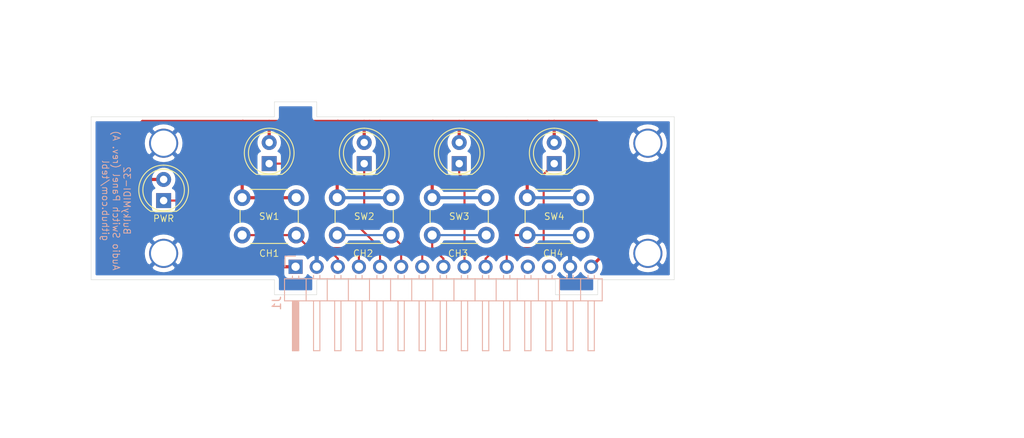
<source format=kicad_pcb>
(kicad_pcb (version 20171130) (host pcbnew "(5.1.8)-1")

  (general
    (thickness 1.6)
    (drawings 20)
    (tracks 87)
    (zones 0)
    (modules 14)
    (nets 12)
  )

  (page A4)
  (layers
    (0 F.Cu signal)
    (31 B.Cu signal)
    (32 B.Adhes user)
    (33 F.Adhes user)
    (34 B.Paste user)
    (35 F.Paste user)
    (36 B.SilkS user)
    (37 F.SilkS user)
    (38 B.Mask user)
    (39 F.Mask user)
    (40 Dwgs.User user)
    (41 Cmts.User user)
    (42 Eco1.User user)
    (43 Eco2.User user)
    (44 Edge.Cuts user)
    (45 Margin user)
    (46 B.CrtYd user)
    (47 F.CrtYd user)
    (48 B.Fab user hide)
    (49 F.Fab user)
  )

  (setup
    (last_trace_width 0.25)
    (trace_clearance 0.2)
    (zone_clearance 0.508)
    (zone_45_only no)
    (trace_min 0.2)
    (via_size 0.8)
    (via_drill 0.4)
    (via_min_size 0.4)
    (via_min_drill 0.3)
    (uvia_size 0.3)
    (uvia_drill 0.1)
    (uvias_allowed no)
    (uvia_min_size 0.2)
    (uvia_min_drill 0.1)
    (edge_width 0.05)
    (segment_width 0.2)
    (pcb_text_width 0.3)
    (pcb_text_size 1.5 1.5)
    (mod_edge_width 0.12)
    (mod_text_size 1 1)
    (mod_text_width 0.15)
    (pad_size 1.524 1.524)
    (pad_drill 0.762)
    (pad_to_mask_clearance 0)
    (aux_axis_origin 0 0)
    (grid_origin 141.09 121.579)
    (visible_elements 7FFFFFFF)
    (pcbplotparams
      (layerselection 0x011fc_ffffffff)
      (usegerberextensions true)
      (usegerberattributes false)
      (usegerberadvancedattributes false)
      (creategerberjobfile false)
      (excludeedgelayer true)
      (linewidth 0.100000)
      (plotframeref false)
      (viasonmask false)
      (mode 1)
      (useauxorigin false)
      (hpglpennumber 1)
      (hpglpenspeed 20)
      (hpglpendiameter 15.000000)
      (psnegative false)
      (psa4output false)
      (plotreference true)
      (plotvalue true)
      (plotinvisibletext false)
      (padsonsilk false)
      (subtractmaskfromsilk false)
      (outputformat 1)
      (mirror false)
      (drillshape 0)
      (scaleselection 1)
      (outputdirectory "export/"))
  )

  (net 0 "")
  (net 1 GND)
  (net 2 VCC)
  (net 3 /LED1)
  (net 4 /LED2)
  (net 5 /LED3)
  (net 6 /LED4)
  (net 7 /PWR)
  (net 8 /SW1)
  (net 9 /SW2)
  (net 10 /SW3)
  (net 11 /SW4)

  (net_class Default "This is the default net class."
    (clearance 0.2)
    (trace_width 0.25)
    (via_dia 0.8)
    (via_drill 0.4)
    (uvia_dia 0.3)
    (uvia_drill 0.1)
    (add_net /LED1)
    (add_net /LED2)
    (add_net /LED3)
    (add_net /LED4)
    (add_net /PWR)
    (add_net /SW1)
    (add_net /SW2)
    (add_net /SW3)
    (add_net /SW4)
  )

  (net_class PWR ""
    (clearance 0.2)
    (trace_width 0.381)
    (via_dia 0.8)
    (via_drill 0.4)
    (uvia_dia 0.3)
    (uvia_drill 0.1)
    (add_net GND)
    (add_net VCC)
  )

  (module mounting:M3_pin (layer F.Cu) (tedit 5F76331A) (tstamp 6282A424)
    (at 99.815 129.199)
    (descr "module 1 pin (ou trou mecanique de percage)")
    (tags DEV)
    (path /6282631C)
    (fp_text reference M1 (at 3.048 0) (layer F.Fab) hide
      (effects (font (size 1 1) (thickness 0.15)))
    )
    (fp_text value Mounting_Pin (at 0 3) (layer F.Fab) hide
      (effects (font (size 1 1) (thickness 0.15)))
    )
    (fp_circle (center 0 0) (end 2 0.8) (layer F.Fab) (width 0.1))
    (fp_circle (center 0 0) (end 2.6 0) (layer F.CrtYd) (width 0.05))
    (pad 1 thru_hole circle (at 0 0) (size 3.5 3.5) (drill 3.048) (layers *.Cu *.Mask)
      (net 1 GND) (solder_mask_margin 0.8))
  )

  (module mounting:M3_pin locked (layer F.Cu) (tedit 5F76331A) (tstamp 633DF329)
    (at 158.07 129.199)
    (descr "module 1 pin (ou trou mecanique de percage)")
    (tags DEV)
    (path /62826824)
    (fp_text reference M2 (at 0 -3.048) (layer F.Fab) hide
      (effects (font (size 1 1) (thickness 0.15)))
    )
    (fp_text value Mounting_Pin (at 0 3) (layer F.Fab) hide
      (effects (font (size 1 1) (thickness 0.15)))
    )
    (fp_circle (center 0 0) (end 2.6 0) (layer F.CrtYd) (width 0.05))
    (fp_circle (center 0 0) (end 2 0.8) (layer F.Fab) (width 0.1))
    (pad 1 thru_hole circle (at 0 0) (size 3.5 3.5) (drill 3.048) (layers *.Cu *.Mask)
      (net 1 GND) (solder_mask_margin 0.8))
  )

  (module mounting:M3_pin locked (layer F.Cu) (tedit 5F76331A) (tstamp 6282A432)
    (at 158.07 115.949)
    (descr "module 1 pin (ou trou mecanique de percage)")
    (tags DEV)
    (path /62826D8F)
    (fp_text reference M3 (at 0 -3.048) (layer F.Fab) hide
      (effects (font (size 1 1) (thickness 0.15)))
    )
    (fp_text value Mounting_Pin (at 0 3) (layer F.Fab) hide
      (effects (font (size 1 1) (thickness 0.15)))
    )
    (fp_circle (center 0 0) (end 2 0.8) (layer F.Fab) (width 0.1))
    (fp_circle (center 0 0) (end 2.6 0) (layer F.CrtYd) (width 0.05))
    (pad 1 thru_hole circle (at 0 0) (size 3.5 3.5) (drill 3.048) (layers *.Cu *.Mask)
      (net 1 GND) (solder_mask_margin 0.8))
  )

  (module mounting:M3_pin (layer F.Cu) (tedit 5F76331A) (tstamp 6282A439)
    (at 99.815 115.949)
    (descr "module 1 pin (ou trou mecanique de percage)")
    (tags DEV)
    (path /62827110)
    (fp_text reference M4 (at 0 -3.048) (layer F.Fab) hide
      (effects (font (size 1 1) (thickness 0.15)))
    )
    (fp_text value Mounting_Pin (at 0 3) (layer F.Fab) hide
      (effects (font (size 1 1) (thickness 0.15)))
    )
    (fp_circle (center 0 0) (end 2.6 0) (layer F.CrtYd) (width 0.05))
    (fp_circle (center 0 0) (end 2 0.8) (layer F.Fab) (width 0.1))
    (pad 1 thru_hole circle (at 0 0) (size 3.5 3.5) (drill 3.048) (layers *.Cu *.Mask)
      (net 1 GND) (solder_mask_margin 0.8))
  )

  (module LED_THT:LED_D5.0mm (layer F.Cu) (tedit 5995936A) (tstamp 62CD2496)
    (at 112.515 118.404 90)
    (descr "LED, diameter 5.0mm, 2 pins, http://cdn-reichelt.de/documents/datenblatt/A500/LL-504BC2E-009.pdf")
    (tags "LED diameter 5.0mm 2 pins")
    (path /62CF2B88)
    (fp_text reference D1 (at 1.27 -3.96 90) (layer F.SilkS) hide
      (effects (font (size 1 1) (thickness 0.15)))
    )
    (fp_text value CH1 (at 1.27 3.96 90) (layer F.Fab) hide
      (effects (font (size 1 1) (thickness 0.15)))
    )
    (fp_line (start 4.5 -3.25) (end -1.95 -3.25) (layer F.CrtYd) (width 0.05))
    (fp_line (start 4.5 3.25) (end 4.5 -3.25) (layer F.CrtYd) (width 0.05))
    (fp_line (start -1.95 3.25) (end 4.5 3.25) (layer F.CrtYd) (width 0.05))
    (fp_line (start -1.95 -3.25) (end -1.95 3.25) (layer F.CrtYd) (width 0.05))
    (fp_line (start -1.29 -1.545) (end -1.29 1.545) (layer F.SilkS) (width 0.12))
    (fp_line (start -1.23 -1.469694) (end -1.23 1.469694) (layer F.Fab) (width 0.1))
    (fp_circle (center 1.27 0) (end 3.77 0) (layer F.SilkS) (width 0.12))
    (fp_circle (center 1.27 0) (end 3.77 0) (layer F.Fab) (width 0.1))
    (fp_text user %R (at 1.25 0 90) (layer F.Fab) hide
      (effects (font (size 0.8 0.8) (thickness 0.2)))
    )
    (fp_arc (start 1.27 0) (end -1.29 1.54483) (angle -148.9) (layer F.SilkS) (width 0.12))
    (fp_arc (start 1.27 0) (end -1.29 -1.54483) (angle 148.9) (layer F.SilkS) (width 0.12))
    (fp_arc (start 1.27 0) (end -1.23 -1.469694) (angle 299.1) (layer F.Fab) (width 0.1))
    (pad 2 thru_hole circle (at 2.54 0 90) (size 1.8 1.8) (drill 0.9) (layers *.Cu *.Mask)
      (net 2 VCC))
    (pad 1 thru_hole rect (at 0 0 90) (size 1.8 1.8) (drill 0.9) (layers *.Cu *.Mask)
      (net 3 /LED1))
    (model ${KISYS3DMOD}/LED_THT.3dshapes/LED_D5.0mm.wrl
      (at (xyz 0 0 0))
      (scale (xyz 1 1 1))
      (rotate (xyz 0 0 0))
    )
  )

  (module LED_THT:LED_D5.0mm (layer F.Cu) (tedit 5995936A) (tstamp 62CD24A8)
    (at 123.945 118.404 90)
    (descr "LED, diameter 5.0mm, 2 pins, http://cdn-reichelt.de/documents/datenblatt/A500/LL-504BC2E-009.pdf")
    (tags "LED diameter 5.0mm 2 pins")
    (path /62CF97D1)
    (fp_text reference D2 (at 1.27 -3.96 90) (layer F.SilkS) hide
      (effects (font (size 1 1) (thickness 0.15)))
    )
    (fp_text value CH2 (at 1.27 3.96 90) (layer F.Fab) hide
      (effects (font (size 1 1) (thickness 0.15)))
    )
    (fp_circle (center 1.27 0) (end 3.77 0) (layer F.Fab) (width 0.1))
    (fp_circle (center 1.27 0) (end 3.77 0) (layer F.SilkS) (width 0.12))
    (fp_line (start -1.23 -1.469694) (end -1.23 1.469694) (layer F.Fab) (width 0.1))
    (fp_line (start -1.29 -1.545) (end -1.29 1.545) (layer F.SilkS) (width 0.12))
    (fp_line (start -1.95 -3.25) (end -1.95 3.25) (layer F.CrtYd) (width 0.05))
    (fp_line (start -1.95 3.25) (end 4.5 3.25) (layer F.CrtYd) (width 0.05))
    (fp_line (start 4.5 3.25) (end 4.5 -3.25) (layer F.CrtYd) (width 0.05))
    (fp_line (start 4.5 -3.25) (end -1.95 -3.25) (layer F.CrtYd) (width 0.05))
    (fp_arc (start 1.27 0) (end -1.23 -1.469694) (angle 299.1) (layer F.Fab) (width 0.1))
    (fp_arc (start 1.27 0) (end -1.29 -1.54483) (angle 148.9) (layer F.SilkS) (width 0.12))
    (fp_arc (start 1.27 0) (end -1.29 1.54483) (angle -148.9) (layer F.SilkS) (width 0.12))
    (fp_text user %R (at 1.25 0 90) (layer F.Fab) hide
      (effects (font (size 0.8 0.8) (thickness 0.2)))
    )
    (pad 1 thru_hole rect (at 0 0 90) (size 1.8 1.8) (drill 0.9) (layers *.Cu *.Mask)
      (net 4 /LED2))
    (pad 2 thru_hole circle (at 2.54 0 90) (size 1.8 1.8) (drill 0.9) (layers *.Cu *.Mask)
      (net 2 VCC))
    (model ${KISYS3DMOD}/LED_THT.3dshapes/LED_D5.0mm.wrl
      (at (xyz 0 0 0))
      (scale (xyz 1 1 1))
      (rotate (xyz 0 0 0))
    )
  )

  (module LED_THT:LED_D5.0mm (layer F.Cu) (tedit 5995936A) (tstamp 62CD24BA)
    (at 135.375 118.404 90)
    (descr "LED, diameter 5.0mm, 2 pins, http://cdn-reichelt.de/documents/datenblatt/A500/LL-504BC2E-009.pdf")
    (tags "LED diameter 5.0mm 2 pins")
    (path /62CFB8CE)
    (fp_text reference D3 (at 1.27 -3.96 90) (layer F.SilkS) hide
      (effects (font (size 1 1) (thickness 0.15)))
    )
    (fp_text value CH3 (at 1.27 3.96 90) (layer F.Fab) hide
      (effects (font (size 1 1) (thickness 0.15)))
    )
    (fp_line (start 4.5 -3.25) (end -1.95 -3.25) (layer F.CrtYd) (width 0.05))
    (fp_line (start 4.5 3.25) (end 4.5 -3.25) (layer F.CrtYd) (width 0.05))
    (fp_line (start -1.95 3.25) (end 4.5 3.25) (layer F.CrtYd) (width 0.05))
    (fp_line (start -1.95 -3.25) (end -1.95 3.25) (layer F.CrtYd) (width 0.05))
    (fp_line (start -1.29 -1.545) (end -1.29 1.545) (layer F.SilkS) (width 0.12))
    (fp_line (start -1.23 -1.469694) (end -1.23 1.469694) (layer F.Fab) (width 0.1))
    (fp_circle (center 1.27 0) (end 3.77 0) (layer F.SilkS) (width 0.12))
    (fp_circle (center 1.27 0) (end 3.77 0) (layer F.Fab) (width 0.1))
    (fp_text user %R (at 1.25 0 90) (layer F.Fab) hide
      (effects (font (size 0.8 0.8) (thickness 0.2)))
    )
    (fp_arc (start 1.27 0) (end -1.29 1.54483) (angle -148.9) (layer F.SilkS) (width 0.12))
    (fp_arc (start 1.27 0) (end -1.29 -1.54483) (angle 148.9) (layer F.SilkS) (width 0.12))
    (fp_arc (start 1.27 0) (end -1.23 -1.469694) (angle 299.1) (layer F.Fab) (width 0.1))
    (pad 2 thru_hole circle (at 2.54 0 90) (size 1.8 1.8) (drill 0.9) (layers *.Cu *.Mask)
      (net 2 VCC))
    (pad 1 thru_hole rect (at 0 0 90) (size 1.8 1.8) (drill 0.9) (layers *.Cu *.Mask)
      (net 5 /LED3))
    (model ${KISYS3DMOD}/LED_THT.3dshapes/LED_D5.0mm.wrl
      (at (xyz 0 0 0))
      (scale (xyz 1 1 1))
      (rotate (xyz 0 0 0))
    )
  )

  (module LED_THT:LED_D5.0mm (layer F.Cu) (tedit 5995936A) (tstamp 62CD24CC)
    (at 146.805 118.404 90)
    (descr "LED, diameter 5.0mm, 2 pins, http://cdn-reichelt.de/documents/datenblatt/A500/LL-504BC2E-009.pdf")
    (tags "LED diameter 5.0mm 2 pins")
    (path /62CFDD71)
    (fp_text reference D4 (at 1.27 -3.96 90) (layer F.SilkS) hide
      (effects (font (size 1 1) (thickness 0.15)))
    )
    (fp_text value CH4 (at 1.27 3.96 90) (layer F.Fab) hide
      (effects (font (size 1 1) (thickness 0.15)))
    )
    (fp_circle (center 1.27 0) (end 3.77 0) (layer F.Fab) (width 0.1))
    (fp_circle (center 1.27 0) (end 3.77 0) (layer F.SilkS) (width 0.12))
    (fp_line (start -1.23 -1.469694) (end -1.23 1.469694) (layer F.Fab) (width 0.1))
    (fp_line (start -1.29 -1.545) (end -1.29 1.545) (layer F.SilkS) (width 0.12))
    (fp_line (start -1.95 -3.25) (end -1.95 3.25) (layer F.CrtYd) (width 0.05))
    (fp_line (start -1.95 3.25) (end 4.5 3.25) (layer F.CrtYd) (width 0.05))
    (fp_line (start 4.5 3.25) (end 4.5 -3.25) (layer F.CrtYd) (width 0.05))
    (fp_line (start 4.5 -3.25) (end -1.95 -3.25) (layer F.CrtYd) (width 0.05))
    (fp_arc (start 1.27 0) (end -1.23 -1.469694) (angle 299.1) (layer F.Fab) (width 0.1))
    (fp_arc (start 1.27 0) (end -1.29 -1.54483) (angle 148.9) (layer F.SilkS) (width 0.12))
    (fp_arc (start 1.27 0) (end -1.29 1.54483) (angle -148.9) (layer F.SilkS) (width 0.12))
    (fp_text user %R (at 1.25 0 90) (layer F.Fab) hide
      (effects (font (size 0.8 0.8) (thickness 0.2)))
    )
    (pad 1 thru_hole rect (at 0 0 90) (size 1.8 1.8) (drill 0.9) (layers *.Cu *.Mask)
      (net 6 /LED4))
    (pad 2 thru_hole circle (at 2.54 0 90) (size 1.8 1.8) (drill 0.9) (layers *.Cu *.Mask)
      (net 2 VCC))
    (model ${KISYS3DMOD}/LED_THT.3dshapes/LED_D5.0mm.wrl
      (at (xyz 0 0 0))
      (scale (xyz 1 1 1))
      (rotate (xyz 0 0 0))
    )
  )

  (module LED_THT:LED_D5.0mm locked (layer F.Cu) (tedit 5995936A) (tstamp 62CD2502)
    (at 99.815 122.849 90)
    (descr "LED, diameter 5.0mm, 2 pins, http://cdn-reichelt.de/documents/datenblatt/A500/LL-504BC2E-009.pdf")
    (tags "LED diameter 5.0mm 2 pins")
    (path /62E202D3)
    (fp_text reference D7 (at 1.27 -1.651 90) (layer F.SilkS) hide
      (effects (font (size 0.8 0.8) (thickness 0.1)))
    )
    (fp_text value PWR (at -2.159 0 180) (layer F.SilkS)
      (effects (font (size 0.8 0.8) (thickness 0.1)))
    )
    (fp_circle (center 1.27 0) (end 3.77 0) (layer F.Fab) (width 0.1))
    (fp_circle (center 1.27 0) (end 3.77 0) (layer F.SilkS) (width 0.12))
    (fp_line (start -1.23 -1.469694) (end -1.23 1.469694) (layer F.Fab) (width 0.1))
    (fp_line (start -1.29 -1.545) (end -1.29 1.545) (layer F.SilkS) (width 0.12))
    (fp_line (start -1.95 -3.25) (end -1.95 3.25) (layer F.CrtYd) (width 0.05))
    (fp_line (start -1.95 3.25) (end 4.5 3.25) (layer F.CrtYd) (width 0.05))
    (fp_line (start 4.5 3.25) (end 4.5 -3.25) (layer F.CrtYd) (width 0.05))
    (fp_line (start 4.5 -3.25) (end -1.95 -3.25) (layer F.CrtYd) (width 0.05))
    (fp_arc (start 1.27 0) (end -1.23 -1.469694) (angle 299.1) (layer F.Fab) (width 0.1))
    (fp_arc (start 1.27 0) (end -1.29 -1.54483) (angle 148.9) (layer F.SilkS) (width 0.12))
    (fp_arc (start 1.27 0) (end -1.29 1.54483) (angle -148.9) (layer F.SilkS) (width 0.12))
    (fp_text user %R (at 1.25 0 90) (layer F.Fab) hide
      (effects (font (size 0.8 0.8) (thickness 0.2)))
    )
    (pad 1 thru_hole rect (at 0 0 90) (size 1.8 1.8) (drill 0.9) (layers *.Cu *.Mask)
      (net 7 /PWR))
    (pad 2 thru_hole circle (at 2.54 0 90) (size 1.8 1.8) (drill 0.9) (layers *.Cu *.Mask)
      (net 2 VCC))
    (model ${KISYS3DMOD}/LED_THT.3dshapes/LED_D5.0mm.wrl
      (at (xyz 0 0 0))
      (scale (xyz 1 1 1))
      (rotate (xyz 0 0 0))
    )
  )

  (module switch_cutout:SW_PUSH_6mm (layer F.Cu) (tedit 601DD404) (tstamp 62CD2521)
    (at 112.515 124.754)
    (descr https://www.omron.com/ecb/products/pdf/en-b3f.pdf)
    (tags "tact sw push 6mm")
    (path /62CDB5FB)
    (fp_text reference SW1 (at 0 -4.79) (layer F.SilkS) hide
      (effects (font (size 0.8 0.8) (thickness 0.1)))
    )
    (fp_text value CH1 (at 0 4.445) (layer F.SilkS)
      (effects (font (size 0.8 0.8) (thickness 0.1)))
    )
    (fp_circle (center 0 0) (end -2 0.25) (layer F.Fab) (width 0.1))
    (fp_line (start 3.5 0.75) (end 3.5 -0.75) (layer F.SilkS) (width 0.12))
    (fp_line (start 2.25 -3.25) (end -2.25 -3.25) (layer F.SilkS) (width 0.12))
    (fp_line (start -3.5 -0.75) (end -3.5 0.75) (layer F.SilkS) (width 0.12))
    (fp_line (start -2.25 3.25) (end 2.25 3.25) (layer F.SilkS) (width 0.12))
    (fp_line (start 4.75 -3.5) (end 4.75 3.5) (layer F.CrtYd) (width 0.05))
    (fp_line (start 4.5 3.75) (end -4.5 3.75) (layer F.CrtYd) (width 0.05))
    (fp_line (start -4.75 3.5) (end -4.75 -3.5) (layer F.CrtYd) (width 0.05))
    (fp_line (start -4.5 -3.75) (end 4.5 -3.75) (layer F.CrtYd) (width 0.05))
    (fp_line (start -4.75 3.75) (end -4.5 3.75) (layer F.CrtYd) (width 0.05))
    (fp_line (start -4.75 3.5) (end -4.75 3.75) (layer F.CrtYd) (width 0.05))
    (fp_line (start -4.75 -3.75) (end -4.5 -3.75) (layer F.CrtYd) (width 0.05))
    (fp_line (start -4.75 -3.5) (end -4.75 -3.75) (layer F.CrtYd) (width 0.05))
    (fp_line (start 4.75 -3.75) (end 4.75 -3.5) (layer F.CrtYd) (width 0.05))
    (fp_line (start 4.5 -3.75) (end 4.75 -3.75) (layer F.CrtYd) (width 0.05))
    (fp_line (start 4.75 3.75) (end 4.75 3.5) (layer F.CrtYd) (width 0.05))
    (fp_line (start 4.5 3.75) (end 4.75 3.75) (layer F.CrtYd) (width 0.05))
    (fp_line (start -3 -3) (end 0 -3) (layer F.Fab) (width 0.1))
    (fp_line (start -3 3) (end -3 -3) (layer F.Fab) (width 0.1))
    (fp_line (start 3 3) (end -3 3) (layer F.Fab) (width 0.1))
    (fp_line (start 3 -3) (end 3 3) (layer F.Fab) (width 0.1))
    (fp_line (start 0 -3) (end 3 -3) (layer F.Fab) (width 0.1))
    (fp_text user %R (at 0 0) (layer F.SilkS)
      (effects (font (size 0.8 0.8) (thickness 0.1)))
    )
    (pad 2 thru_hole circle (at -3.25 2.25 90) (size 2 2) (drill 1.1) (layers *.Cu *.Mask)
      (net 8 /SW1))
    (pad 1 thru_hole circle (at -3.25 -2.25 90) (size 2 2) (drill 1.1) (layers *.Cu *.Mask)
      (net 2 VCC))
    (pad 2 thru_hole circle (at 3.25 2.25 90) (size 2 2) (drill 1.1) (layers *.Cu *.Mask)
      (net 8 /SW1))
    (pad 1 thru_hole circle (at 3.25 -2.25 90) (size 2 2) (drill 1.1) (layers *.Cu *.Mask)
      (net 2 VCC))
    (model ${KISYS3DMOD}/Button_Switch_THT.3dshapes/SW_PUSH_6mm.wrl
      (offset (xyz -3 2.25 0))
      (scale (xyz 1 1 1))
      (rotate (xyz 0 0 0))
    )
  )

  (module switch_cutout:SW_PUSH_6mm (layer F.Cu) (tedit 601DD404) (tstamp 62CD2540)
    (at 123.945 124.754)
    (descr https://www.omron.com/ecb/products/pdf/en-b3f.pdf)
    (tags "tact sw push 6mm")
    (path /62CDF85A)
    (fp_text reference SW2 (at 0 -4.79) (layer F.SilkS) hide
      (effects (font (size 0.8 0.8) (thickness 0.1)))
    )
    (fp_text value CH2 (at -0.135 4.45) (layer F.SilkS)
      (effects (font (size 0.8 0.8) (thickness 0.1)))
    )
    (fp_line (start 0 -3) (end 3 -3) (layer F.Fab) (width 0.1))
    (fp_line (start 3 -3) (end 3 3) (layer F.Fab) (width 0.1))
    (fp_line (start 3 3) (end -3 3) (layer F.Fab) (width 0.1))
    (fp_line (start -3 3) (end -3 -3) (layer F.Fab) (width 0.1))
    (fp_line (start -3 -3) (end 0 -3) (layer F.Fab) (width 0.1))
    (fp_line (start 4.5 3.75) (end 4.75 3.75) (layer F.CrtYd) (width 0.05))
    (fp_line (start 4.75 3.75) (end 4.75 3.5) (layer F.CrtYd) (width 0.05))
    (fp_line (start 4.5 -3.75) (end 4.75 -3.75) (layer F.CrtYd) (width 0.05))
    (fp_line (start 4.75 -3.75) (end 4.75 -3.5) (layer F.CrtYd) (width 0.05))
    (fp_line (start -4.75 -3.5) (end -4.75 -3.75) (layer F.CrtYd) (width 0.05))
    (fp_line (start -4.75 -3.75) (end -4.5 -3.75) (layer F.CrtYd) (width 0.05))
    (fp_line (start -4.75 3.5) (end -4.75 3.75) (layer F.CrtYd) (width 0.05))
    (fp_line (start -4.75 3.75) (end -4.5 3.75) (layer F.CrtYd) (width 0.05))
    (fp_line (start -4.5 -3.75) (end 4.5 -3.75) (layer F.CrtYd) (width 0.05))
    (fp_line (start -4.75 3.5) (end -4.75 -3.5) (layer F.CrtYd) (width 0.05))
    (fp_line (start 4.5 3.75) (end -4.5 3.75) (layer F.CrtYd) (width 0.05))
    (fp_line (start 4.75 -3.5) (end 4.75 3.5) (layer F.CrtYd) (width 0.05))
    (fp_line (start -2.25 3.25) (end 2.25 3.25) (layer F.SilkS) (width 0.12))
    (fp_line (start -3.5 -0.75) (end -3.5 0.75) (layer F.SilkS) (width 0.12))
    (fp_line (start 2.25 -3.25) (end -2.25 -3.25) (layer F.SilkS) (width 0.12))
    (fp_line (start 3.5 0.75) (end 3.5 -0.75) (layer F.SilkS) (width 0.12))
    (fp_circle (center 0 0) (end -2 0.25) (layer F.Fab) (width 0.1))
    (fp_text user %R (at 0 0) (layer F.SilkS)
      (effects (font (size 0.8 0.8) (thickness 0.1)))
    )
    (pad 1 thru_hole circle (at 3.25 -2.25 90) (size 2 2) (drill 1.1) (layers *.Cu *.Mask)
      (net 2 VCC))
    (pad 2 thru_hole circle (at 3.25 2.25 90) (size 2 2) (drill 1.1) (layers *.Cu *.Mask)
      (net 9 /SW2))
    (pad 1 thru_hole circle (at -3.25 -2.25 90) (size 2 2) (drill 1.1) (layers *.Cu *.Mask)
      (net 2 VCC))
    (pad 2 thru_hole circle (at -3.25 2.25 90) (size 2 2) (drill 1.1) (layers *.Cu *.Mask)
      (net 9 /SW2))
    (model ${KISYS3DMOD}/Button_Switch_THT.3dshapes/SW_PUSH_6mm.wrl
      (offset (xyz -3 2.25 0))
      (scale (xyz 1 1 1))
      (rotate (xyz 0 0 0))
    )
  )

  (module switch_cutout:SW_PUSH_6mm (layer F.Cu) (tedit 601DD404) (tstamp 62CD255F)
    (at 135.375 124.754)
    (descr https://www.omron.com/ecb/products/pdf/en-b3f.pdf)
    (tags "tact sw push 6mm")
    (path /62CE1A42)
    (fp_text reference SW3 (at 0 -4.79) (layer F.SilkS) hide
      (effects (font (size 0.8 0.8) (thickness 0.1)))
    )
    (fp_text value CH3 (at -0.135 4.45) (layer F.SilkS)
      (effects (font (size 0.8 0.8) (thickness 0.1)))
    )
    (fp_line (start 0 -3) (end 3 -3) (layer F.Fab) (width 0.1))
    (fp_line (start 3 -3) (end 3 3) (layer F.Fab) (width 0.1))
    (fp_line (start 3 3) (end -3 3) (layer F.Fab) (width 0.1))
    (fp_line (start -3 3) (end -3 -3) (layer F.Fab) (width 0.1))
    (fp_line (start -3 -3) (end 0 -3) (layer F.Fab) (width 0.1))
    (fp_line (start 4.5 3.75) (end 4.75 3.75) (layer F.CrtYd) (width 0.05))
    (fp_line (start 4.75 3.75) (end 4.75 3.5) (layer F.CrtYd) (width 0.05))
    (fp_line (start 4.5 -3.75) (end 4.75 -3.75) (layer F.CrtYd) (width 0.05))
    (fp_line (start 4.75 -3.75) (end 4.75 -3.5) (layer F.CrtYd) (width 0.05))
    (fp_line (start -4.75 -3.5) (end -4.75 -3.75) (layer F.CrtYd) (width 0.05))
    (fp_line (start -4.75 -3.75) (end -4.5 -3.75) (layer F.CrtYd) (width 0.05))
    (fp_line (start -4.75 3.5) (end -4.75 3.75) (layer F.CrtYd) (width 0.05))
    (fp_line (start -4.75 3.75) (end -4.5 3.75) (layer F.CrtYd) (width 0.05))
    (fp_line (start -4.5 -3.75) (end 4.5 -3.75) (layer F.CrtYd) (width 0.05))
    (fp_line (start -4.75 3.5) (end -4.75 -3.5) (layer F.CrtYd) (width 0.05))
    (fp_line (start 4.5 3.75) (end -4.5 3.75) (layer F.CrtYd) (width 0.05))
    (fp_line (start 4.75 -3.5) (end 4.75 3.5) (layer F.CrtYd) (width 0.05))
    (fp_line (start -2.25 3.25) (end 2.25 3.25) (layer F.SilkS) (width 0.12))
    (fp_line (start -3.5 -0.75) (end -3.5 0.75) (layer F.SilkS) (width 0.12))
    (fp_line (start 2.25 -3.25) (end -2.25 -3.25) (layer F.SilkS) (width 0.12))
    (fp_line (start 3.5 0.75) (end 3.5 -0.75) (layer F.SilkS) (width 0.12))
    (fp_circle (center 0 0) (end -2 0.25) (layer F.Fab) (width 0.1))
    (fp_text user %R (at 0 0) (layer F.SilkS)
      (effects (font (size 0.8 0.8) (thickness 0.1)))
    )
    (pad 1 thru_hole circle (at 3.25 -2.25 90) (size 2 2) (drill 1.1) (layers *.Cu *.Mask)
      (net 2 VCC))
    (pad 2 thru_hole circle (at 3.25 2.25 90) (size 2 2) (drill 1.1) (layers *.Cu *.Mask)
      (net 10 /SW3))
    (pad 1 thru_hole circle (at -3.25 -2.25 90) (size 2 2) (drill 1.1) (layers *.Cu *.Mask)
      (net 2 VCC))
    (pad 2 thru_hole circle (at -3.25 2.25 90) (size 2 2) (drill 1.1) (layers *.Cu *.Mask)
      (net 10 /SW3))
    (model ${KISYS3DMOD}/Button_Switch_THT.3dshapes/SW_PUSH_6mm.wrl
      (offset (xyz -3 2.25 0))
      (scale (xyz 1 1 1))
      (rotate (xyz 0 0 0))
    )
  )

  (module switch_cutout:SW_PUSH_6mm (layer F.Cu) (tedit 601DD404) (tstamp 62CD257E)
    (at 146.805 124.754)
    (descr https://www.omron.com/ecb/products/pdf/en-b3f.pdf)
    (tags "tact sw push 6mm")
    (path /62CE1A48)
    (fp_text reference SW4 (at 0 -4.79) (layer F.SilkS) hide
      (effects (font (size 0.8 0.8) (thickness 0.1)))
    )
    (fp_text value CH4 (at -0.135 4.45) (layer F.SilkS)
      (effects (font (size 0.8 0.8) (thickness 0.1)))
    )
    (fp_circle (center 0 0) (end -2 0.25) (layer F.Fab) (width 0.1))
    (fp_line (start 3.5 0.75) (end 3.5 -0.75) (layer F.SilkS) (width 0.12))
    (fp_line (start 2.25 -3.25) (end -2.25 -3.25) (layer F.SilkS) (width 0.12))
    (fp_line (start -3.5 -0.75) (end -3.5 0.75) (layer F.SilkS) (width 0.12))
    (fp_line (start -2.25 3.25) (end 2.25 3.25) (layer F.SilkS) (width 0.12))
    (fp_line (start 4.75 -3.5) (end 4.75 3.5) (layer F.CrtYd) (width 0.05))
    (fp_line (start 4.5 3.75) (end -4.5 3.75) (layer F.CrtYd) (width 0.05))
    (fp_line (start -4.75 3.5) (end -4.75 -3.5) (layer F.CrtYd) (width 0.05))
    (fp_line (start -4.5 -3.75) (end 4.5 -3.75) (layer F.CrtYd) (width 0.05))
    (fp_line (start -4.75 3.75) (end -4.5 3.75) (layer F.CrtYd) (width 0.05))
    (fp_line (start -4.75 3.5) (end -4.75 3.75) (layer F.CrtYd) (width 0.05))
    (fp_line (start -4.75 -3.75) (end -4.5 -3.75) (layer F.CrtYd) (width 0.05))
    (fp_line (start -4.75 -3.5) (end -4.75 -3.75) (layer F.CrtYd) (width 0.05))
    (fp_line (start 4.75 -3.75) (end 4.75 -3.5) (layer F.CrtYd) (width 0.05))
    (fp_line (start 4.5 -3.75) (end 4.75 -3.75) (layer F.CrtYd) (width 0.05))
    (fp_line (start 4.75 3.75) (end 4.75 3.5) (layer F.CrtYd) (width 0.05))
    (fp_line (start 4.5 3.75) (end 4.75 3.75) (layer F.CrtYd) (width 0.05))
    (fp_line (start -3 -3) (end 0 -3) (layer F.Fab) (width 0.1))
    (fp_line (start -3 3) (end -3 -3) (layer F.Fab) (width 0.1))
    (fp_line (start 3 3) (end -3 3) (layer F.Fab) (width 0.1))
    (fp_line (start 3 -3) (end 3 3) (layer F.Fab) (width 0.1))
    (fp_line (start 0 -3) (end 3 -3) (layer F.Fab) (width 0.1))
    (fp_text user %R (at 0 0) (layer F.SilkS)
      (effects (font (size 0.8 0.8) (thickness 0.1)))
    )
    (pad 2 thru_hole circle (at -3.25 2.25 90) (size 2 2) (drill 1.1) (layers *.Cu *.Mask)
      (net 11 /SW4))
    (pad 1 thru_hole circle (at -3.25 -2.25 90) (size 2 2) (drill 1.1) (layers *.Cu *.Mask)
      (net 2 VCC))
    (pad 2 thru_hole circle (at 3.25 2.25 90) (size 2 2) (drill 1.1) (layers *.Cu *.Mask)
      (net 11 /SW4))
    (pad 1 thru_hole circle (at 3.25 -2.25 90) (size 2 2) (drill 1.1) (layers *.Cu *.Mask)
      (net 2 VCC))
    (model ${KISYS3DMOD}/Button_Switch_THT.3dshapes/SW_PUSH_6mm.wrl
      (offset (xyz -3 2.25 0))
      (scale (xyz 1 1 1))
      (rotate (xyz 0 0 0))
    )
  )

  (module Connector_PinHeader_2.54mm:PinHeader_1x15_P2.54mm_Horizontal locked (layer B.Cu) (tedit 59FED5CB) (tstamp 633CD2C1)
    (at 115.69 130.81 270)
    (descr "Through hole angled pin header, 1x15, 2.54mm pitch, 6mm pin length, single row")
    (tags "Through hole angled pin header THT 1x15 2.54mm single row")
    (path /62825997)
    (fp_text reference J1 (at 4.385 2.27 90) (layer B.SilkS)
      (effects (font (size 1 1) (thickness 0.15)) (justify mirror))
    )
    (fp_text value "Switch Panel" (at 4.385 -37.83 90) (layer B.Fab)
      (effects (font (size 1 1) (thickness 0.15)) (justify mirror))
    )
    (fp_line (start 2.135 1.27) (end 4.04 1.27) (layer B.Fab) (width 0.1))
    (fp_line (start 4.04 1.27) (end 4.04 -36.83) (layer B.Fab) (width 0.1))
    (fp_line (start 4.04 -36.83) (end 1.5 -36.83) (layer B.Fab) (width 0.1))
    (fp_line (start 1.5 -36.83) (end 1.5 0.635) (layer B.Fab) (width 0.1))
    (fp_line (start 1.5 0.635) (end 2.135 1.27) (layer B.Fab) (width 0.1))
    (fp_line (start -0.32 0.32) (end 1.5 0.32) (layer B.Fab) (width 0.1))
    (fp_line (start -0.32 0.32) (end -0.32 -0.32) (layer B.Fab) (width 0.1))
    (fp_line (start -0.32 -0.32) (end 1.5 -0.32) (layer B.Fab) (width 0.1))
    (fp_line (start 4.04 0.32) (end 10.04 0.32) (layer B.Fab) (width 0.1))
    (fp_line (start 10.04 0.32) (end 10.04 -0.32) (layer B.Fab) (width 0.1))
    (fp_line (start 4.04 -0.32) (end 10.04 -0.32) (layer B.Fab) (width 0.1))
    (fp_line (start -0.32 -2.22) (end 1.5 -2.22) (layer B.Fab) (width 0.1))
    (fp_line (start -0.32 -2.22) (end -0.32 -2.86) (layer B.Fab) (width 0.1))
    (fp_line (start -0.32 -2.86) (end 1.5 -2.86) (layer B.Fab) (width 0.1))
    (fp_line (start 4.04 -2.22) (end 10.04 -2.22) (layer B.Fab) (width 0.1))
    (fp_line (start 10.04 -2.22) (end 10.04 -2.86) (layer B.Fab) (width 0.1))
    (fp_line (start 4.04 -2.86) (end 10.04 -2.86) (layer B.Fab) (width 0.1))
    (fp_line (start -0.32 -4.76) (end 1.5 -4.76) (layer B.Fab) (width 0.1))
    (fp_line (start -0.32 -4.76) (end -0.32 -5.4) (layer B.Fab) (width 0.1))
    (fp_line (start -0.32 -5.4) (end 1.5 -5.4) (layer B.Fab) (width 0.1))
    (fp_line (start 4.04 -4.76) (end 10.04 -4.76) (layer B.Fab) (width 0.1))
    (fp_line (start 10.04 -4.76) (end 10.04 -5.4) (layer B.Fab) (width 0.1))
    (fp_line (start 4.04 -5.4) (end 10.04 -5.4) (layer B.Fab) (width 0.1))
    (fp_line (start -0.32 -7.3) (end 1.5 -7.3) (layer B.Fab) (width 0.1))
    (fp_line (start -0.32 -7.3) (end -0.32 -7.94) (layer B.Fab) (width 0.1))
    (fp_line (start -0.32 -7.94) (end 1.5 -7.94) (layer B.Fab) (width 0.1))
    (fp_line (start 4.04 -7.3) (end 10.04 -7.3) (layer B.Fab) (width 0.1))
    (fp_line (start 10.04 -7.3) (end 10.04 -7.94) (layer B.Fab) (width 0.1))
    (fp_line (start 4.04 -7.94) (end 10.04 -7.94) (layer B.Fab) (width 0.1))
    (fp_line (start -0.32 -9.84) (end 1.5 -9.84) (layer B.Fab) (width 0.1))
    (fp_line (start -0.32 -9.84) (end -0.32 -10.48) (layer B.Fab) (width 0.1))
    (fp_line (start -0.32 -10.48) (end 1.5 -10.48) (layer B.Fab) (width 0.1))
    (fp_line (start 4.04 -9.84) (end 10.04 -9.84) (layer B.Fab) (width 0.1))
    (fp_line (start 10.04 -9.84) (end 10.04 -10.48) (layer B.Fab) (width 0.1))
    (fp_line (start 4.04 -10.48) (end 10.04 -10.48) (layer B.Fab) (width 0.1))
    (fp_line (start -0.32 -12.38) (end 1.5 -12.38) (layer B.Fab) (width 0.1))
    (fp_line (start -0.32 -12.38) (end -0.32 -13.02) (layer B.Fab) (width 0.1))
    (fp_line (start -0.32 -13.02) (end 1.5 -13.02) (layer B.Fab) (width 0.1))
    (fp_line (start 4.04 -12.38) (end 10.04 -12.38) (layer B.Fab) (width 0.1))
    (fp_line (start 10.04 -12.38) (end 10.04 -13.02) (layer B.Fab) (width 0.1))
    (fp_line (start 4.04 -13.02) (end 10.04 -13.02) (layer B.Fab) (width 0.1))
    (fp_line (start -0.32 -14.92) (end 1.5 -14.92) (layer B.Fab) (width 0.1))
    (fp_line (start -0.32 -14.92) (end -0.32 -15.56) (layer B.Fab) (width 0.1))
    (fp_line (start -0.32 -15.56) (end 1.5 -15.56) (layer B.Fab) (width 0.1))
    (fp_line (start 4.04 -14.92) (end 10.04 -14.92) (layer B.Fab) (width 0.1))
    (fp_line (start 10.04 -14.92) (end 10.04 -15.56) (layer B.Fab) (width 0.1))
    (fp_line (start 4.04 -15.56) (end 10.04 -15.56) (layer B.Fab) (width 0.1))
    (fp_line (start -0.32 -17.46) (end 1.5 -17.46) (layer B.Fab) (width 0.1))
    (fp_line (start -0.32 -17.46) (end -0.32 -18.1) (layer B.Fab) (width 0.1))
    (fp_line (start -0.32 -18.1) (end 1.5 -18.1) (layer B.Fab) (width 0.1))
    (fp_line (start 4.04 -17.46) (end 10.04 -17.46) (layer B.Fab) (width 0.1))
    (fp_line (start 10.04 -17.46) (end 10.04 -18.1) (layer B.Fab) (width 0.1))
    (fp_line (start 4.04 -18.1) (end 10.04 -18.1) (layer B.Fab) (width 0.1))
    (fp_line (start -0.32 -20) (end 1.5 -20) (layer B.Fab) (width 0.1))
    (fp_line (start -0.32 -20) (end -0.32 -20.64) (layer B.Fab) (width 0.1))
    (fp_line (start -0.32 -20.64) (end 1.5 -20.64) (layer B.Fab) (width 0.1))
    (fp_line (start 4.04 -20) (end 10.04 -20) (layer B.Fab) (width 0.1))
    (fp_line (start 10.04 -20) (end 10.04 -20.64) (layer B.Fab) (width 0.1))
    (fp_line (start 4.04 -20.64) (end 10.04 -20.64) (layer B.Fab) (width 0.1))
    (fp_line (start -0.32 -22.54) (end 1.5 -22.54) (layer B.Fab) (width 0.1))
    (fp_line (start -0.32 -22.54) (end -0.32 -23.18) (layer B.Fab) (width 0.1))
    (fp_line (start -0.32 -23.18) (end 1.5 -23.18) (layer B.Fab) (width 0.1))
    (fp_line (start 4.04 -22.54) (end 10.04 -22.54) (layer B.Fab) (width 0.1))
    (fp_line (start 10.04 -22.54) (end 10.04 -23.18) (layer B.Fab) (width 0.1))
    (fp_line (start 4.04 -23.18) (end 10.04 -23.18) (layer B.Fab) (width 0.1))
    (fp_line (start -0.32 -25.08) (end 1.5 -25.08) (layer B.Fab) (width 0.1))
    (fp_line (start -0.32 -25.08) (end -0.32 -25.72) (layer B.Fab) (width 0.1))
    (fp_line (start -0.32 -25.72) (end 1.5 -25.72) (layer B.Fab) (width 0.1))
    (fp_line (start 4.04 -25.08) (end 10.04 -25.08) (layer B.Fab) (width 0.1))
    (fp_line (start 10.04 -25.08) (end 10.04 -25.72) (layer B.Fab) (width 0.1))
    (fp_line (start 4.04 -25.72) (end 10.04 -25.72) (layer B.Fab) (width 0.1))
    (fp_line (start -0.32 -27.62) (end 1.5 -27.62) (layer B.Fab) (width 0.1))
    (fp_line (start -0.32 -27.62) (end -0.32 -28.26) (layer B.Fab) (width 0.1))
    (fp_line (start -0.32 -28.26) (end 1.5 -28.26) (layer B.Fab) (width 0.1))
    (fp_line (start 4.04 -27.62) (end 10.04 -27.62) (layer B.Fab) (width 0.1))
    (fp_line (start 10.04 -27.62) (end 10.04 -28.26) (layer B.Fab) (width 0.1))
    (fp_line (start 4.04 -28.26) (end 10.04 -28.26) (layer B.Fab) (width 0.1))
    (fp_line (start -0.32 -30.16) (end 1.5 -30.16) (layer B.Fab) (width 0.1))
    (fp_line (start -0.32 -30.16) (end -0.32 -30.8) (layer B.Fab) (width 0.1))
    (fp_line (start -0.32 -30.8) (end 1.5 -30.8) (layer B.Fab) (width 0.1))
    (fp_line (start 4.04 -30.16) (end 10.04 -30.16) (layer B.Fab) (width 0.1))
    (fp_line (start 10.04 -30.16) (end 10.04 -30.8) (layer B.Fab) (width 0.1))
    (fp_line (start 4.04 -30.8) (end 10.04 -30.8) (layer B.Fab) (width 0.1))
    (fp_line (start -0.32 -32.7) (end 1.5 -32.7) (layer B.Fab) (width 0.1))
    (fp_line (start -0.32 -32.7) (end -0.32 -33.34) (layer B.Fab) (width 0.1))
    (fp_line (start -0.32 -33.34) (end 1.5 -33.34) (layer B.Fab) (width 0.1))
    (fp_line (start 4.04 -32.7) (end 10.04 -32.7) (layer B.Fab) (width 0.1))
    (fp_line (start 10.04 -32.7) (end 10.04 -33.34) (layer B.Fab) (width 0.1))
    (fp_line (start 4.04 -33.34) (end 10.04 -33.34) (layer B.Fab) (width 0.1))
    (fp_line (start -0.32 -35.24) (end 1.5 -35.24) (layer B.Fab) (width 0.1))
    (fp_line (start -0.32 -35.24) (end -0.32 -35.88) (layer B.Fab) (width 0.1))
    (fp_line (start -0.32 -35.88) (end 1.5 -35.88) (layer B.Fab) (width 0.1))
    (fp_line (start 4.04 -35.24) (end 10.04 -35.24) (layer B.Fab) (width 0.1))
    (fp_line (start 10.04 -35.24) (end 10.04 -35.88) (layer B.Fab) (width 0.1))
    (fp_line (start 4.04 -35.88) (end 10.04 -35.88) (layer B.Fab) (width 0.1))
    (fp_line (start 1.44 1.33) (end 1.44 -36.89) (layer B.SilkS) (width 0.12))
    (fp_line (start 1.44 -36.89) (end 4.1 -36.89) (layer B.SilkS) (width 0.12))
    (fp_line (start 4.1 -36.89) (end 4.1 1.33) (layer B.SilkS) (width 0.12))
    (fp_line (start 4.1 1.33) (end 1.44 1.33) (layer B.SilkS) (width 0.12))
    (fp_line (start 4.1 0.38) (end 10.1 0.38) (layer B.SilkS) (width 0.12))
    (fp_line (start 10.1 0.38) (end 10.1 -0.38) (layer B.SilkS) (width 0.12))
    (fp_line (start 10.1 -0.38) (end 4.1 -0.38) (layer B.SilkS) (width 0.12))
    (fp_line (start 4.1 0.32) (end 10.1 0.32) (layer B.SilkS) (width 0.12))
    (fp_line (start 4.1 0.2) (end 10.1 0.2) (layer B.SilkS) (width 0.12))
    (fp_line (start 4.1 0.08) (end 10.1 0.08) (layer B.SilkS) (width 0.12))
    (fp_line (start 4.1 -0.04) (end 10.1 -0.04) (layer B.SilkS) (width 0.12))
    (fp_line (start 4.1 -0.16) (end 10.1 -0.16) (layer B.SilkS) (width 0.12))
    (fp_line (start 4.1 -0.28) (end 10.1 -0.28) (layer B.SilkS) (width 0.12))
    (fp_line (start 1.11 0.38) (end 1.44 0.38) (layer B.SilkS) (width 0.12))
    (fp_line (start 1.11 -0.38) (end 1.44 -0.38) (layer B.SilkS) (width 0.12))
    (fp_line (start 1.44 -1.27) (end 4.1 -1.27) (layer B.SilkS) (width 0.12))
    (fp_line (start 4.1 -2.16) (end 10.1 -2.16) (layer B.SilkS) (width 0.12))
    (fp_line (start 10.1 -2.16) (end 10.1 -2.92) (layer B.SilkS) (width 0.12))
    (fp_line (start 10.1 -2.92) (end 4.1 -2.92) (layer B.SilkS) (width 0.12))
    (fp_line (start 1.042929 -2.16) (end 1.44 -2.16) (layer B.SilkS) (width 0.12))
    (fp_line (start 1.042929 -2.92) (end 1.44 -2.92) (layer B.SilkS) (width 0.12))
    (fp_line (start 1.44 -3.81) (end 4.1 -3.81) (layer B.SilkS) (width 0.12))
    (fp_line (start 4.1 -4.7) (end 10.1 -4.7) (layer B.SilkS) (width 0.12))
    (fp_line (start 10.1 -4.7) (end 10.1 -5.46) (layer B.SilkS) (width 0.12))
    (fp_line (start 10.1 -5.46) (end 4.1 -5.46) (layer B.SilkS) (width 0.12))
    (fp_line (start 1.042929 -4.7) (end 1.44 -4.7) (layer B.SilkS) (width 0.12))
    (fp_line (start 1.042929 -5.46) (end 1.44 -5.46) (layer B.SilkS) (width 0.12))
    (fp_line (start 1.44 -6.35) (end 4.1 -6.35) (layer B.SilkS) (width 0.12))
    (fp_line (start 4.1 -7.24) (end 10.1 -7.24) (layer B.SilkS) (width 0.12))
    (fp_line (start 10.1 -7.24) (end 10.1 -8) (layer B.SilkS) (width 0.12))
    (fp_line (start 10.1 -8) (end 4.1 -8) (layer B.SilkS) (width 0.12))
    (fp_line (start 1.042929 -7.24) (end 1.44 -7.24) (layer B.SilkS) (width 0.12))
    (fp_line (start 1.042929 -8) (end 1.44 -8) (layer B.SilkS) (width 0.12))
    (fp_line (start 1.44 -8.89) (end 4.1 -8.89) (layer B.SilkS) (width 0.12))
    (fp_line (start 4.1 -9.78) (end 10.1 -9.78) (layer B.SilkS) (width 0.12))
    (fp_line (start 10.1 -9.78) (end 10.1 -10.54) (layer B.SilkS) (width 0.12))
    (fp_line (start 10.1 -10.54) (end 4.1 -10.54) (layer B.SilkS) (width 0.12))
    (fp_line (start 1.042929 -9.78) (end 1.44 -9.78) (layer B.SilkS) (width 0.12))
    (fp_line (start 1.042929 -10.54) (end 1.44 -10.54) (layer B.SilkS) (width 0.12))
    (fp_line (start 1.44 -11.43) (end 4.1 -11.43) (layer B.SilkS) (width 0.12))
    (fp_line (start 4.1 -12.32) (end 10.1 -12.32) (layer B.SilkS) (width 0.12))
    (fp_line (start 10.1 -12.32) (end 10.1 -13.08) (layer B.SilkS) (width 0.12))
    (fp_line (start 10.1 -13.08) (end 4.1 -13.08) (layer B.SilkS) (width 0.12))
    (fp_line (start 1.042929 -12.32) (end 1.44 -12.32) (layer B.SilkS) (width 0.12))
    (fp_line (start 1.042929 -13.08) (end 1.44 -13.08) (layer B.SilkS) (width 0.12))
    (fp_line (start 1.44 -13.97) (end 4.1 -13.97) (layer B.SilkS) (width 0.12))
    (fp_line (start 4.1 -14.86) (end 10.1 -14.86) (layer B.SilkS) (width 0.12))
    (fp_line (start 10.1 -14.86) (end 10.1 -15.62) (layer B.SilkS) (width 0.12))
    (fp_line (start 10.1 -15.62) (end 4.1 -15.62) (layer B.SilkS) (width 0.12))
    (fp_line (start 1.042929 -14.86) (end 1.44 -14.86) (layer B.SilkS) (width 0.12))
    (fp_line (start 1.042929 -15.62) (end 1.44 -15.62) (layer B.SilkS) (width 0.12))
    (fp_line (start 1.44 -16.51) (end 4.1 -16.51) (layer B.SilkS) (width 0.12))
    (fp_line (start 4.1 -17.4) (end 10.1 -17.4) (layer B.SilkS) (width 0.12))
    (fp_line (start 10.1 -17.4) (end 10.1 -18.16) (layer B.SilkS) (width 0.12))
    (fp_line (start 10.1 -18.16) (end 4.1 -18.16) (layer B.SilkS) (width 0.12))
    (fp_line (start 1.042929 -17.4) (end 1.44 -17.4) (layer B.SilkS) (width 0.12))
    (fp_line (start 1.042929 -18.16) (end 1.44 -18.16) (layer B.SilkS) (width 0.12))
    (fp_line (start 1.44 -19.05) (end 4.1 -19.05) (layer B.SilkS) (width 0.12))
    (fp_line (start 4.1 -19.94) (end 10.1 -19.94) (layer B.SilkS) (width 0.12))
    (fp_line (start 10.1 -19.94) (end 10.1 -20.7) (layer B.SilkS) (width 0.12))
    (fp_line (start 10.1 -20.7) (end 4.1 -20.7) (layer B.SilkS) (width 0.12))
    (fp_line (start 1.042929 -19.94) (end 1.44 -19.94) (layer B.SilkS) (width 0.12))
    (fp_line (start 1.042929 -20.7) (end 1.44 -20.7) (layer B.SilkS) (width 0.12))
    (fp_line (start 1.44 -21.59) (end 4.1 -21.59) (layer B.SilkS) (width 0.12))
    (fp_line (start 4.1 -22.48) (end 10.1 -22.48) (layer B.SilkS) (width 0.12))
    (fp_line (start 10.1 -22.48) (end 10.1 -23.24) (layer B.SilkS) (width 0.12))
    (fp_line (start 10.1 -23.24) (end 4.1 -23.24) (layer B.SilkS) (width 0.12))
    (fp_line (start 1.042929 -22.48) (end 1.44 -22.48) (layer B.SilkS) (width 0.12))
    (fp_line (start 1.042929 -23.24) (end 1.44 -23.24) (layer B.SilkS) (width 0.12))
    (fp_line (start 1.44 -24.13) (end 4.1 -24.13) (layer B.SilkS) (width 0.12))
    (fp_line (start 4.1 -25.02) (end 10.1 -25.02) (layer B.SilkS) (width 0.12))
    (fp_line (start 10.1 -25.02) (end 10.1 -25.78) (layer B.SilkS) (width 0.12))
    (fp_line (start 10.1 -25.78) (end 4.1 -25.78) (layer B.SilkS) (width 0.12))
    (fp_line (start 1.042929 -25.02) (end 1.44 -25.02) (layer B.SilkS) (width 0.12))
    (fp_line (start 1.042929 -25.78) (end 1.44 -25.78) (layer B.SilkS) (width 0.12))
    (fp_line (start 1.44 -26.67) (end 4.1 -26.67) (layer B.SilkS) (width 0.12))
    (fp_line (start 4.1 -27.56) (end 10.1 -27.56) (layer B.SilkS) (width 0.12))
    (fp_line (start 10.1 -27.56) (end 10.1 -28.32) (layer B.SilkS) (width 0.12))
    (fp_line (start 10.1 -28.32) (end 4.1 -28.32) (layer B.SilkS) (width 0.12))
    (fp_line (start 1.042929 -27.56) (end 1.44 -27.56) (layer B.SilkS) (width 0.12))
    (fp_line (start 1.042929 -28.32) (end 1.44 -28.32) (layer B.SilkS) (width 0.12))
    (fp_line (start 1.44 -29.21) (end 4.1 -29.21) (layer B.SilkS) (width 0.12))
    (fp_line (start 4.1 -30.1) (end 10.1 -30.1) (layer B.SilkS) (width 0.12))
    (fp_line (start 10.1 -30.1) (end 10.1 -30.86) (layer B.SilkS) (width 0.12))
    (fp_line (start 10.1 -30.86) (end 4.1 -30.86) (layer B.SilkS) (width 0.12))
    (fp_line (start 1.042929 -30.1) (end 1.44 -30.1) (layer B.SilkS) (width 0.12))
    (fp_line (start 1.042929 -30.86) (end 1.44 -30.86) (layer B.SilkS) (width 0.12))
    (fp_line (start 1.44 -31.75) (end 4.1 -31.75) (layer B.SilkS) (width 0.12))
    (fp_line (start 4.1 -32.64) (end 10.1 -32.64) (layer B.SilkS) (width 0.12))
    (fp_line (start 10.1 -32.64) (end 10.1 -33.4) (layer B.SilkS) (width 0.12))
    (fp_line (start 10.1 -33.4) (end 4.1 -33.4) (layer B.SilkS) (width 0.12))
    (fp_line (start 1.042929 -32.64) (end 1.44 -32.64) (layer B.SilkS) (width 0.12))
    (fp_line (start 1.042929 -33.4) (end 1.44 -33.4) (layer B.SilkS) (width 0.12))
    (fp_line (start 1.44 -34.29) (end 4.1 -34.29) (layer B.SilkS) (width 0.12))
    (fp_line (start 4.1 -35.18) (end 10.1 -35.18) (layer B.SilkS) (width 0.12))
    (fp_line (start 10.1 -35.18) (end 10.1 -35.94) (layer B.SilkS) (width 0.12))
    (fp_line (start 10.1 -35.94) (end 4.1 -35.94) (layer B.SilkS) (width 0.12))
    (fp_line (start 1.042929 -35.18) (end 1.44 -35.18) (layer B.SilkS) (width 0.12))
    (fp_line (start 1.042929 -35.94) (end 1.44 -35.94) (layer B.SilkS) (width 0.12))
    (fp_line (start -1.27 0) (end -1.27 1.27) (layer B.SilkS) (width 0.12))
    (fp_line (start -1.27 1.27) (end 0 1.27) (layer B.SilkS) (width 0.12))
    (fp_line (start -1.8 1.8) (end -1.8 -37.35) (layer B.CrtYd) (width 0.05))
    (fp_line (start -1.8 -37.35) (end 10.55 -37.35) (layer B.CrtYd) (width 0.05))
    (fp_line (start 10.55 -37.35) (end 10.55 1.8) (layer B.CrtYd) (width 0.05))
    (fp_line (start 10.55 1.8) (end -1.8 1.8) (layer B.CrtYd) (width 0.05))
    (fp_text user %R (at 2.77 -17.78 180) (layer B.Fab)
      (effects (font (size 1 1) (thickness 0.15)) (justify mirror))
    )
    (pad 1 thru_hole rect (at 0 0 270) (size 1.7 1.7) (drill 1) (layers *.Cu *.Mask)
      (net 2 VCC))
    (pad 2 thru_hole oval (at 0 -2.54 270) (size 1.7 1.7) (drill 1) (layers *.Cu *.Mask)
      (net 1 GND))
    (pad 3 thru_hole oval (at 0 -5.08 270) (size 1.7 1.7) (drill 1) (layers *.Cu *.Mask)
      (net 7 /PWR))
    (pad 4 thru_hole oval (at 0 -7.62 270) (size 1.7 1.7) (drill 1) (layers *.Cu *.Mask)
      (net 8 /SW1))
    (pad 5 thru_hole oval (at 0 -10.16 270) (size 1.7 1.7) (drill 1) (layers *.Cu *.Mask)
      (net 3 /LED1))
    (pad 6 thru_hole oval (at 0 -12.7 270) (size 1.7 1.7) (drill 1) (layers *.Cu *.Mask)
      (net 9 /SW2))
    (pad 7 thru_hole oval (at 0 -15.24 270) (size 1.7 1.7) (drill 1) (layers *.Cu *.Mask)
      (net 4 /LED2))
    (pad 8 thru_hole oval (at 0 -17.78 270) (size 1.7 1.7) (drill 1) (layers *.Cu *.Mask)
      (net 10 /SW3))
    (pad 9 thru_hole oval (at 0 -20.32 270) (size 1.7 1.7) (drill 1) (layers *.Cu *.Mask)
      (net 5 /LED3))
    (pad 10 thru_hole oval (at 0 -22.86 270) (size 1.7 1.7) (drill 1) (layers *.Cu *.Mask)
      (net 11 /SW4))
    (pad 11 thru_hole oval (at 0 -25.4 270) (size 1.7 1.7) (drill 1) (layers *.Cu *.Mask)
      (net 6 /LED4))
    (pad 12 thru_hole oval (at 0 -27.94 270) (size 1.7 1.7) (drill 1) (layers *.Cu *.Mask))
    (pad 13 thru_hole oval (at 0 -30.48 270) (size 1.7 1.7) (drill 1) (layers *.Cu *.Mask))
    (pad 14 thru_hole oval (at 0 -33.02 270) (size 1.7 1.7) (drill 1) (layers *.Cu *.Mask)
      (net 1 GND))
    (pad 15 thru_hole oval (at 0 -35.56 270) (size 1.7 1.7) (drill 1) (layers *.Cu *.Mask)
      (net 2 VCC))
    (model ${KISYS3DMOD}/Connector_PinHeader_2.54mm.3dshapes/PinHeader_1x15_P2.54mm_Horizontal.wrl
      (at (xyz 0 0 0))
      (scale (xyz 1 1 1))
      (rotate (xyz 0 0 0))
    )
  )

  (gr_line (start 161.245 132.374) (end 161.245 112.774) (layer Edge.Cuts) (width 0.05))
  (gr_text JLCJLCJLCJLC (at 108.07 131.104) (layer F.Fab) (tstamp 62D09A50)
    (effects (font (size 0.9 0.9) (thickness 0.1)) (justify mirror))
  )
  (gr_text "BulkyMIDI-32\nAudio Switch Panel (rev. A)\ngithub.com/tebl" (at 94.1 122.849 270) (layer B.SilkS) (tstamp 6286D3C9)
    (effects (font (size 0.8 0.8) (thickness 0.1)) (justify mirror))
  )
  (gr_line (start 161.245 112.774) (end 141.09 112.774) (layer Edge.Cuts) (width 0.05) (tstamp 6282E724))
  (gr_line (start 118.23 112.774) (end 141.09 112.774) (layer Edge.Cuts) (width 0.05) (tstamp 6282E723))
  (gr_line (start 113.15 112.774) (end 91.09 112.774) (layer Edge.Cuts) (width 0.05) (tstamp 6282E722))
  (gr_line (start 118.23 112.774) (end 118.23 110.974) (layer Edge.Cuts) (width 0.05) (tstamp 6282E71E))
  (gr_line (start 118.23 110.974) (end 113.15 110.974) (layer Edge.Cuts) (width 0.05) (tstamp 6282E71D))
  (gr_line (start 113.15 112.774) (end 113.15 110.974) (layer Edge.Cuts) (width 0.05) (tstamp 6282E71B))
  (gr_line (start 146.95 132.374) (end 141.09 132.374) (layer Edge.Cuts) (width 0.05) (tstamp 6282E6FC))
  (gr_line (start 118.23 132.374) (end 141.09 132.374) (layer Edge.Cuts) (width 0.05) (tstamp 6282E6F8))
  (gr_line (start 152.03 132.374) (end 152.03 134.174) (layer Edge.Cuts) (width 0.05) (tstamp 6282E1A4))
  (gr_line (start 146.95 132.374) (end 146.95 134.174) (layer Edge.Cuts) (width 0.05) (tstamp 6282E1A3))
  (gr_line (start 146.95 134.174) (end 152.03 134.174) (layer Edge.Cuts) (width 0.05) (tstamp 6282E1A2))
  (gr_line (start 118.23 132.374) (end 118.23 134.174) (layer Edge.Cuts) (width 0.05) (tstamp 6282E1A4))
  (gr_line (start 113.15 132.374) (end 113.15 134.174) (layer Edge.Cuts) (width 0.05) (tstamp 6282E1A3))
  (gr_line (start 113.15 134.174) (end 118.23 134.174) (layer Edge.Cuts) (width 0.05) (tstamp 6282E1A2))
  (gr_line (start 91.09 132.374) (end 113.15 132.374) (layer Edge.Cuts) (width 0.05) (tstamp 620DB217))
  (gr_line (start 91.09 112.774) (end 91.09 132.374) (layer Edge.Cuts) (width 0.05))
  (gr_line (start 152.03 132.374) (end 161.245 132.374) (layer Edge.Cuts) (width 0.05))

  (segment (start 97.275 113.324) (end 96.64 113.959) (width 0.381) (layer F.Cu) (net 2))
  (segment (start 99.815 120.309) (end 96.64 120.309) (width 0.381) (layer F.Cu) (net 2) (status 10))
  (segment (start 96.64 113.959) (end 96.64 120.309) (width 0.381) (layer F.Cu) (net 2))
  (segment (start 96.64 124.754) (end 97.275 125.389) (width 0.381) (layer F.Cu) (net 2))
  (segment (start 96.64 120.309) (end 96.64 124.754) (width 0.381) (layer F.Cu) (net 2))
  (segment (start 112.515 115.864) (end 112.515 113.324) (width 0.381) (layer F.Cu) (net 2) (status 10))
  (segment (start 123.945 115.864) (end 123.945 113.324) (width 0.381) (layer F.Cu) (net 2) (status 10))
  (segment (start 124.58 113.324) (end 125.85 113.324) (width 0.381) (layer F.Cu) (net 2))
  (segment (start 135.375 115.864) (end 135.375 113.324) (width 0.381) (layer F.Cu) (net 2) (status 10))
  (segment (start 115.69 130.81) (end 104.601 130.81) (width 0.381) (layer F.Cu) (net 2) (status 10))
  (segment (start 104.601 130.81) (end 103.625 129.834) (width 0.381) (layer F.Cu) (net 2))
  (segment (start 103.625 126.024) (end 102.99 125.389) (width 0.381) (layer F.Cu) (net 2))
  (segment (start 103.625 129.834) (end 103.625 126.024) (width 0.381) (layer F.Cu) (net 2))
  (segment (start 97.275 125.389) (end 102.99 125.389) (width 0.381) (layer F.Cu) (net 2))
  (segment (start 146.805 115.864) (end 146.805 113.324) (width 0.381) (layer F.Cu) (net 2) (status 10))
  (segment (start 146.17 113.324) (end 146.805 113.324) (width 0.381) (layer F.Cu) (net 2))
  (segment (start 109.265 122.504) (end 115.765 122.504) (width 0.381) (layer F.Cu) (net 2) (status 30))
  (segment (start 109.265 113.399) (end 109.34 113.324) (width 0.381) (layer F.Cu) (net 2))
  (segment (start 109.265 122.504) (end 109.265 113.399) (width 0.381) (layer F.Cu) (net 2) (status 10))
  (segment (start 109.34 113.324) (end 97.275 113.324) (width 0.381) (layer F.Cu) (net 2))
  (segment (start 115.69 113.324) (end 109.34 113.324) (width 0.381) (layer F.Cu) (net 2))
  (segment (start 120.695 113.399) (end 120.77 113.324) (width 0.381) (layer F.Cu) (net 2))
  (segment (start 120.695 122.504) (end 120.695 113.399) (width 0.381) (layer F.Cu) (net 2) (status 10))
  (segment (start 120.77 113.324) (end 115.69 113.324) (width 0.381) (layer F.Cu) (net 2))
  (segment (start 124.58 113.324) (end 120.77 113.324) (width 0.381) (layer F.Cu) (net 2))
  (segment (start 132.125 113.399) (end 132.2 113.324) (width 0.381) (layer F.Cu) (net 2))
  (segment (start 132.125 122.504) (end 132.125 113.399) (width 0.381) (layer F.Cu) (net 2) (status 10))
  (segment (start 132.2 113.324) (end 136.01 113.324) (width 0.381) (layer F.Cu) (net 2))
  (segment (start 125.85 113.324) (end 132.2 113.324) (width 0.381) (layer F.Cu) (net 2))
  (segment (start 143.555 122.504) (end 143.555 113.399) (width 0.381) (layer F.Cu) (net 2) (status 10))
  (segment (start 143.555 113.399) (end 143.63 113.324) (width 0.381) (layer F.Cu) (net 2))
  (segment (start 143.63 113.324) (end 146.17 113.324) (width 0.381) (layer F.Cu) (net 2))
  (segment (start 136.01 113.324) (end 143.63 113.324) (width 0.381) (layer F.Cu) (net 2))
  (segment (start 143.555 122.504) (end 150.055 122.504) (width 0.381) (layer B.Cu) (net 2) (status 30))
  (segment (start 138.625 122.504) (end 132.125 122.504) (width 0.381) (layer B.Cu) (net 2) (status 30))
  (segment (start 120.695 122.504) (end 127.195 122.504) (width 0.381) (layer B.Cu) (net 2) (status 30))
  (segment (start 152.52 129.54) (end 152.52 124.969) (width 0.381) (layer F.Cu) (net 2))
  (segment (start 151.25 130.81) (end 152.52 129.54) (width 0.381) (layer F.Cu) (net 2) (status 10))
  (segment (start 152.52 124.969) (end 152.52 113.959) (width 0.381) (layer F.Cu) (net 2))
  (segment (start 151.885 113.324) (end 146.805 113.324) (width 0.381) (layer F.Cu) (net 2))
  (segment (start 152.52 113.959) (end 151.885 113.324) (width 0.381) (layer F.Cu) (net 2))
  (segment (start 118.23 118.404) (end 112.515 118.404) (width 0.25) (layer F.Cu) (net 3) (status 20))
  (segment (start 118.865 119.039) (end 118.23 118.404) (width 0.25) (layer F.Cu) (net 3))
  (segment (start 118.865 124.119) (end 118.865 119.039) (width 0.25) (layer F.Cu) (net 3))
  (segment (start 119.5 124.754) (end 118.865 124.119) (width 0.25) (layer F.Cu) (net 3))
  (segment (start 122.04 124.754) (end 119.5 124.754) (width 0.25) (layer F.Cu) (net 3))
  (segment (start 125.85 128.564) (end 122.04 124.754) (width 0.25) (layer F.Cu) (net 3))
  (segment (start 125.85 130.81) (end 125.85 128.564) (width 0.25) (layer F.Cu) (net 3) (status 10))
  (segment (start 130.93 129.199) (end 130.93 130.81) (width 0.25) (layer F.Cu) (net 4) (status 20))
  (segment (start 129.66 125.389) (end 129.66 127.929) (width 0.25) (layer F.Cu) (net 4))
  (segment (start 129.025 124.754) (end 129.66 125.389) (width 0.25) (layer F.Cu) (net 4))
  (segment (start 124.58 124.754) (end 129.025 124.754) (width 0.25) (layer F.Cu) (net 4))
  (segment (start 129.66 127.929) (end 130.93 129.199) (width 0.25) (layer F.Cu) (net 4))
  (segment (start 123.945 124.119) (end 124.58 124.754) (width 0.25) (layer F.Cu) (net 4))
  (segment (start 123.945 118.404) (end 123.945 124.119) (width 0.25) (layer F.Cu) (net 4) (status 10))
  (segment (start 135.375 119.674) (end 135.375 118.404) (width 0.25) (layer F.Cu) (net 5) (status 20))
  (segment (start 136.01 120.309) (end 135.375 119.674) (width 0.25) (layer F.Cu) (net 5))
  (segment (start 136.01 130.81) (end 136.01 120.309) (width 0.25) (layer F.Cu) (net 5) (status 10))
  (segment (start 145.535 119.674) (end 146.805 118.404) (width 0.25) (layer F.Cu) (net 6) (status 20))
  (segment (start 145.535 127.929) (end 145.535 119.674) (width 0.25) (layer F.Cu) (net 6))
  (segment (start 141.725 128.564) (end 144.9 128.564) (width 0.25) (layer F.Cu) (net 6))
  (segment (start 141.09 129.199) (end 141.725 128.564) (width 0.25) (layer F.Cu) (net 6))
  (segment (start 144.9 128.564) (end 145.535 127.929) (width 0.25) (layer F.Cu) (net 6))
  (segment (start 141.09 130.81) (end 141.09 129.199) (width 0.25) (layer F.Cu) (net 6) (status 10))
  (segment (start 104.895 123.484) (end 104.26 122.849) (width 0.25) (layer F.Cu) (net 7))
  (segment (start 104.895 128.564) (end 104.895 123.484) (width 0.25) (layer F.Cu) (net 7))
  (segment (start 105.53 129.199) (end 104.895 128.564) (width 0.25) (layer F.Cu) (net 7))
  (segment (start 104.26 122.849) (end 99.815 122.849) (width 0.25) (layer F.Cu) (net 7) (status 20))
  (segment (start 120.135 129.199) (end 105.53 129.199) (width 0.25) (layer F.Cu) (net 7))
  (segment (start 120.77 129.834) (end 120.135 129.199) (width 0.25) (layer F.Cu) (net 7))
  (segment (start 120.77 130.81) (end 120.77 129.834) (width 0.25) (layer F.Cu) (net 7) (status 10))
  (segment (start 109.265 127.004) (end 115.765 127.004) (width 0.25) (layer F.Cu) (net 8) (status 30))
  (segment (start 115.765 127.004) (end 117.325 128.564) (width 0.25) (layer F.Cu) (net 8) (status 10))
  (segment (start 117.325 128.564) (end 122.675 128.564) (width 0.25) (layer F.Cu) (net 8))
  (segment (start 123.31 129.199) (end 123.31 130.81) (width 0.25) (layer F.Cu) (net 8) (status 20))
  (segment (start 122.675 128.564) (end 123.31 129.199) (width 0.25) (layer F.Cu) (net 8))
  (segment (start 128.39 128.199) (end 127.195 127.004) (width 0.25) (layer F.Cu) (net 9) (status 20))
  (segment (start 128.39 130.81) (end 128.39 128.199) (width 0.25) (layer F.Cu) (net 9) (status 10))
  (segment (start 120.695 127.004) (end 127.195 127.004) (width 0.25) (layer B.Cu) (net 9) (status 30))
  (segment (start 132.125 127.004) (end 132.125 128.489) (width 0.25) (layer F.Cu) (net 10) (status 10))
  (segment (start 133.47 129.834) (end 133.47 130.81) (width 0.25) (layer F.Cu) (net 10) (status 20))
  (segment (start 132.125 128.489) (end 133.47 129.834) (width 0.25) (layer F.Cu) (net 10))
  (segment (start 132.125 127.004) (end 138.625 127.004) (width 0.25) (layer B.Cu) (net 10) (status 30))
  (segment (start 150.055 127.004) (end 143.555 127.004) (width 0.25) (layer B.Cu) (net 11) (status 30))
  (segment (start 138.55 129.834) (end 138.55 130.81) (width 0.25) (layer F.Cu) (net 11) (status 20))
  (segment (start 141.38 127.004) (end 138.55 129.834) (width 0.25) (layer F.Cu) (net 11))
  (segment (start 143.555 127.004) (end 141.38 127.004) (width 0.25) (layer F.Cu) (net 11) (status 10))

  (zone (net 1) (net_name GND) (layer B.Cu) (tstamp 0) (hatch edge 0.508)
    (connect_pads (clearance 0.508))
    (min_thickness 0.254)
    (fill yes (arc_segments 32) (thermal_gap 0.508) (thermal_bridge_width 0.508))
    (polygon
      (pts
        (xy 203.32 151.424) (xy 80.13 151.424) (xy 80.13 98.719) (xy 203.32 98.719)
      )
    )
    (filled_polygon
      (pts
        (xy 117.57 112.74158) (xy 117.566807 112.774) (xy 117.57955 112.903383) (xy 117.61729 113.027793) (xy 117.678575 113.14245)
        (xy 117.761052 113.242948) (xy 117.86155 113.325425) (xy 117.976207 113.38671) (xy 118.100617 113.42445) (xy 118.23 113.437193)
        (xy 118.262419 113.434) (xy 160.585001 113.434) (xy 160.585 131.714) (xy 152.431961 131.714) (xy 152.56599 131.513411)
        (xy 152.677932 131.243158) (xy 152.735 130.95626) (xy 152.735 130.868609) (xy 156.579997 130.868609) (xy 156.766073 131.209766)
        (xy 157.183409 131.425513) (xy 157.634815 131.555696) (xy 158.102946 131.595313) (xy 158.569811 131.542842) (xy 159.017468 131.400297)
        (xy 159.373927 131.209766) (xy 159.560003 130.868609) (xy 158.07 129.378605) (xy 156.579997 130.868609) (xy 152.735 130.868609)
        (xy 152.735 130.66374) (xy 152.677932 130.376842) (xy 152.56599 130.106589) (xy 152.403475 129.863368) (xy 152.196632 129.656525)
        (xy 151.953411 129.49401) (xy 151.683158 129.382068) (xy 151.39626 129.325) (xy 151.10374 129.325) (xy 150.816842 129.382068)
        (xy 150.546589 129.49401) (xy 150.303368 129.656525) (xy 150.096525 129.863368) (xy 149.974805 130.045534) (xy 149.905178 129.928645)
        (xy 149.710269 129.712412) (xy 149.47692 129.538359) (xy 149.214099 129.413175) (xy 149.06689 129.368524) (xy 148.837 129.489845)
        (xy 148.837 130.683) (xy 148.857 130.683) (xy 148.857 130.937) (xy 148.837 130.937) (xy 148.837 132.130155)
        (xy 149.06689 132.251476) (xy 149.214099 132.206825) (xy 149.47692 132.081641) (xy 149.710269 131.907588) (xy 149.905178 131.691355)
        (xy 149.974805 131.574466) (xy 150.096525 131.756632) (xy 150.303368 131.963475) (xy 150.546589 132.12599) (xy 150.816842 132.237932)
        (xy 151.10374 132.295) (xy 151.374588 132.295) (xy 151.366807 132.374) (xy 151.37 132.406418) (xy 151.370001 133.514)
        (xy 147.61 133.514) (xy 147.61 132.406418) (xy 147.613193 132.374) (xy 147.60045 132.244617) (xy 147.56271 132.120207)
        (xy 147.501425 132.00555) (xy 147.418948 131.905052) (xy 147.31845 131.822575) (xy 147.278751 131.801356) (xy 147.323475 131.756632)
        (xy 147.445195 131.574466) (xy 147.514822 131.691355) (xy 147.709731 131.907588) (xy 147.94308 132.081641) (xy 148.205901 132.206825)
        (xy 148.35311 132.251476) (xy 148.583 132.130155) (xy 148.583 130.937) (xy 148.563 130.937) (xy 148.563 130.683)
        (xy 148.583 130.683) (xy 148.583 129.489845) (xy 148.35311 129.368524) (xy 148.205901 129.413175) (xy 147.94308 129.538359)
        (xy 147.709731 129.712412) (xy 147.514822 129.928645) (xy 147.445195 130.045534) (xy 147.323475 129.863368) (xy 147.116632 129.656525)
        (xy 146.873411 129.49401) (xy 146.603158 129.382068) (xy 146.31626 129.325) (xy 146.02374 129.325) (xy 145.736842 129.382068)
        (xy 145.466589 129.49401) (xy 145.223368 129.656525) (xy 145.016525 129.863368) (xy 144.9 130.03776) (xy 144.783475 129.863368)
        (xy 144.576632 129.656525) (xy 144.333411 129.49401) (xy 144.063158 129.382068) (xy 143.77626 129.325) (xy 143.48374 129.325)
        (xy 143.196842 129.382068) (xy 142.926589 129.49401) (xy 142.683368 129.656525) (xy 142.476525 129.863368) (xy 142.36 130.03776)
        (xy 142.243475 129.863368) (xy 142.036632 129.656525) (xy 141.793411 129.49401) (xy 141.523158 129.382068) (xy 141.23626 129.325)
        (xy 140.94374 129.325) (xy 140.656842 129.382068) (xy 140.386589 129.49401) (xy 140.143368 129.656525) (xy 139.936525 129.863368)
        (xy 139.82 130.03776) (xy 139.703475 129.863368) (xy 139.496632 129.656525) (xy 139.253411 129.49401) (xy 138.983158 129.382068)
        (xy 138.69626 129.325) (xy 138.40374 129.325) (xy 138.116842 129.382068) (xy 137.846589 129.49401) (xy 137.603368 129.656525)
        (xy 137.396525 129.863368) (xy 137.28 130.03776) (xy 137.163475 129.863368) (xy 136.956632 129.656525) (xy 136.713411 129.49401)
        (xy 136.443158 129.382068) (xy 136.15626 129.325) (xy 135.86374 129.325) (xy 135.576842 129.382068) (xy 135.306589 129.49401)
        (xy 135.063368 129.656525) (xy 134.856525 129.863368) (xy 134.74 130.03776) (xy 134.623475 129.863368) (xy 134.416632 129.656525)
        (xy 134.173411 129.49401) (xy 133.903158 129.382068) (xy 133.61626 129.325) (xy 133.32374 129.325) (xy 133.036842 129.382068)
        (xy 132.766589 129.49401) (xy 132.523368 129.656525) (xy 132.316525 129.863368) (xy 132.2 130.03776) (xy 132.083475 129.863368)
        (xy 131.876632 129.656525) (xy 131.633411 129.49401) (xy 131.363158 129.382068) (xy 131.07626 129.325) (xy 130.78374 129.325)
        (xy 130.496842 129.382068) (xy 130.226589 129.49401) (xy 129.983368 129.656525) (xy 129.776525 129.863368) (xy 129.66 130.03776)
        (xy 129.543475 129.863368) (xy 129.336632 129.656525) (xy 129.093411 129.49401) (xy 128.823158 129.382068) (xy 128.53626 129.325)
        (xy 128.24374 129.325) (xy 127.956842 129.382068) (xy 127.686589 129.49401) (xy 127.443368 129.656525) (xy 127.236525 129.863368)
        (xy 127.12 130.03776) (xy 127.003475 129.863368) (xy 126.796632 129.656525) (xy 126.553411 129.49401) (xy 126.283158 129.382068)
        (xy 125.99626 129.325) (xy 125.70374 129.325) (xy 125.416842 129.382068) (xy 125.146589 129.49401) (xy 124.903368 129.656525)
        (xy 124.696525 129.863368) (xy 124.58 130.03776) (xy 124.463475 129.863368) (xy 124.256632 129.656525) (xy 124.013411 129.49401)
        (xy 123.743158 129.382068) (xy 123.45626 129.325) (xy 123.16374 129.325) (xy 122.876842 129.382068) (xy 122.606589 129.49401)
        (xy 122.363368 129.656525) (xy 122.156525 129.863368) (xy 122.04 130.03776) (xy 121.923475 129.863368) (xy 121.716632 129.656525)
        (xy 121.473411 129.49401) (xy 121.203158 129.382068) (xy 120.91626 129.325) (xy 120.62374 129.325) (xy 120.336842 129.382068)
        (xy 120.066589 129.49401) (xy 119.823368 129.656525) (xy 119.616525 129.863368) (xy 119.494805 130.045534) (xy 119.425178 129.928645)
        (xy 119.230269 129.712412) (xy 118.99692 129.538359) (xy 118.734099 129.413175) (xy 118.58689 129.368524) (xy 118.357 129.489845)
        (xy 118.357 130.683) (xy 118.377 130.683) (xy 118.377 130.937) (xy 118.357 130.937) (xy 118.357 130.957)
        (xy 118.103 130.957) (xy 118.103 130.937) (xy 118.083 130.937) (xy 118.083 130.683) (xy 118.103 130.683)
        (xy 118.103 129.489845) (xy 117.87311 129.368524) (xy 117.725901 129.413175) (xy 117.46308 129.538359) (xy 117.229731 129.712412)
        (xy 117.153966 129.796466) (xy 117.129502 129.71582) (xy 117.070537 129.605506) (xy 116.991185 129.508815) (xy 116.894494 129.429463)
        (xy 116.78418 129.370498) (xy 116.664482 129.334188) (xy 116.54 129.321928) (xy 114.84 129.321928) (xy 114.715518 129.334188)
        (xy 114.59582 129.370498) (xy 114.485506 129.429463) (xy 114.388815 129.508815) (xy 114.309463 129.605506) (xy 114.250498 129.71582)
        (xy 114.214188 129.835518) (xy 114.201928 129.96) (xy 114.201928 131.66) (xy 114.214188 131.784482) (xy 114.250498 131.90418)
        (xy 114.309463 132.014494) (xy 114.388815 132.111185) (xy 114.485506 132.190537) (xy 114.59582 132.249502) (xy 114.715518 132.285812)
        (xy 114.84 132.298072) (xy 116.54 132.298072) (xy 116.664482 132.285812) (xy 116.78418 132.249502) (xy 116.894494 132.190537)
        (xy 116.991185 132.111185) (xy 117.070537 132.014494) (xy 117.129502 131.90418) (xy 117.153966 131.823534) (xy 117.229731 131.907588)
        (xy 117.46308 132.081641) (xy 117.608043 132.150688) (xy 117.57955 132.244617) (xy 117.566807 132.374) (xy 117.57 132.406418)
        (xy 117.570001 133.514) (xy 113.81 133.514) (xy 113.81 132.406418) (xy 113.813193 132.374) (xy 113.80045 132.244617)
        (xy 113.76271 132.120207) (xy 113.701425 132.00555) (xy 113.618948 131.905052) (xy 113.51845 131.822575) (xy 113.403793 131.76129)
        (xy 113.279383 131.72355) (xy 113.182419 131.714) (xy 113.15 131.710807) (xy 113.117581 131.714) (xy 91.75 131.714)
        (xy 91.75 130.868609) (xy 98.324997 130.868609) (xy 98.511073 131.209766) (xy 98.928409 131.425513) (xy 99.379815 131.555696)
        (xy 99.847946 131.595313) (xy 100.314811 131.542842) (xy 100.762468 131.400297) (xy 101.118927 131.209766) (xy 101.305003 130.868609)
        (xy 99.815 129.378605) (xy 98.324997 130.868609) (xy 91.75 130.868609) (xy 91.75 129.231946) (xy 97.418687 129.231946)
        (xy 97.471158 129.698811) (xy 97.613703 130.146468) (xy 97.804234 130.502927) (xy 98.145391 130.689003) (xy 99.635395 129.199)
        (xy 99.994605 129.199) (xy 101.484609 130.689003) (xy 101.825766 130.502927) (xy 102.041513 130.085591) (xy 102.171696 129.634185)
        (xy 102.205736 129.231946) (xy 155.673687 129.231946) (xy 155.726158 129.698811) (xy 155.868703 130.146468) (xy 156.059234 130.502927)
        (xy 156.400391 130.689003) (xy 157.890395 129.199) (xy 158.249605 129.199) (xy 159.739609 130.689003) (xy 160.080766 130.502927)
        (xy 160.296513 130.085591) (xy 160.426696 129.634185) (xy 160.466313 129.166054) (xy 160.413842 128.699189) (xy 160.271297 128.251532)
        (xy 160.080766 127.895073) (xy 159.739609 127.708997) (xy 158.249605 129.199) (xy 157.890395 129.199) (xy 156.400391 127.708997)
        (xy 156.059234 127.895073) (xy 155.843487 128.312409) (xy 155.713304 128.763815) (xy 155.673687 129.231946) (xy 102.205736 129.231946)
        (xy 102.211313 129.166054) (xy 102.158842 128.699189) (xy 102.016297 128.251532) (xy 101.825766 127.895073) (xy 101.484609 127.708997)
        (xy 99.994605 129.199) (xy 99.635395 129.199) (xy 98.145391 127.708997) (xy 97.804234 127.895073) (xy 97.588487 128.312409)
        (xy 97.458304 128.763815) (xy 97.418687 129.231946) (xy 91.75 129.231946) (xy 91.75 127.529391) (xy 98.324997 127.529391)
        (xy 99.815 129.019395) (xy 101.305003 127.529391) (xy 101.118927 127.188234) (xy 100.701591 126.972487) (xy 100.252484 126.842967)
        (xy 107.63 126.842967) (xy 107.63 127.165033) (xy 107.692832 127.480912) (xy 107.816082 127.778463) (xy 107.995013 128.046252)
        (xy 108.222748 128.273987) (xy 108.490537 128.452918) (xy 108.788088 128.576168) (xy 109.103967 128.639) (xy 109.426033 128.639)
        (xy 109.741912 128.576168) (xy 110.039463 128.452918) (xy 110.307252 128.273987) (xy 110.534987 128.046252) (xy 110.713918 127.778463)
        (xy 110.837168 127.480912) (xy 110.9 127.165033) (xy 110.9 126.842967) (xy 114.13 126.842967) (xy 114.13 127.165033)
        (xy 114.192832 127.480912) (xy 114.316082 127.778463) (xy 114.495013 128.046252) (xy 114.722748 128.273987) (xy 114.990537 128.452918)
        (xy 115.288088 128.576168) (xy 115.603967 128.639) (xy 115.926033 128.639) (xy 116.241912 128.576168) (xy 116.539463 128.452918)
        (xy 116.807252 128.273987) (xy 117.034987 128.046252) (xy 117.213918 127.778463) (xy 117.337168 127.480912) (xy 117.4 127.165033)
        (xy 117.4 126.842967) (xy 119.06 126.842967) (xy 119.06 127.165033) (xy 119.122832 127.480912) (xy 119.246082 127.778463)
        (xy 119.425013 128.046252) (xy 119.652748 128.273987) (xy 119.920537 128.452918) (xy 120.218088 128.576168) (xy 120.533967 128.639)
        (xy 120.856033 128.639) (xy 121.171912 128.576168) (xy 121.469463 128.452918) (xy 121.737252 128.273987) (xy 121.964987 128.046252)
        (xy 122.143918 127.778463) (xy 122.149909 127.764) (xy 125.740091 127.764) (xy 125.746082 127.778463) (xy 125.925013 128.046252)
        (xy 126.152748 128.273987) (xy 126.420537 128.452918) (xy 126.718088 128.576168) (xy 127.033967 128.639) (xy 127.356033 128.639)
        (xy 127.671912 128.576168) (xy 127.969463 128.452918) (xy 128.237252 128.273987) (xy 128.464987 128.046252) (xy 128.643918 127.778463)
        (xy 128.767168 127.480912) (xy 128.83 127.165033) (xy 128.83 126.842967) (xy 130.49 126.842967) (xy 130.49 127.165033)
        (xy 130.552832 127.480912) (xy 130.676082 127.778463) (xy 130.855013 128.046252) (xy 131.082748 128.273987) (xy 131.350537 128.452918)
        (xy 131.648088 128.576168) (xy 131.963967 128.639) (xy 132.286033 128.639) (xy 132.601912 128.576168) (xy 132.899463 128.452918)
        (xy 133.167252 128.273987) (xy 133.394987 128.046252) (xy 133.573918 127.778463) (xy 133.579909 127.764) (xy 137.170091 127.764)
        (xy 137.176082 127.778463) (xy 137.355013 128.046252) (xy 137.582748 128.273987) (xy 137.850537 128.452918) (xy 138.148088 128.576168)
        (xy 138.463967 128.639) (xy 138.786033 128.639) (xy 139.101912 128.576168) (xy 139.399463 128.452918) (xy 139.667252 128.273987)
        (xy 139.894987 128.046252) (xy 140.073918 127.778463) (xy 140.197168 127.480912) (xy 140.26 127.165033) (xy 140.26 126.842967)
        (xy 141.92 126.842967) (xy 141.92 127.165033) (xy 141.982832 127.480912) (xy 142.106082 127.778463) (xy 142.285013 128.046252)
        (xy 142.512748 128.273987) (xy 142.780537 128.452918) (xy 143.078088 128.576168) (xy 143.393967 128.639) (xy 143.716033 128.639)
        (xy 144.031912 128.576168) (xy 144.329463 128.452918) (xy 144.597252 128.273987) (xy 144.824987 128.046252) (xy 145.003918 127.778463)
        (xy 145.009909 127.764) (xy 148.600091 127.764) (xy 148.606082 127.778463) (xy 148.785013 128.046252) (xy 149.012748 128.273987)
        (xy 149.280537 128.452918) (xy 149.578088 128.576168) (xy 149.893967 128.639) (xy 150.216033 128.639) (xy 150.531912 128.576168)
        (xy 150.829463 128.452918) (xy 151.097252 128.273987) (xy 151.324987 128.046252) (xy 151.503918 127.778463) (xy 151.607087 127.529391)
        (xy 156.579997 127.529391) (xy 158.07 129.019395) (xy 159.560003 127.529391) (xy 159.373927 127.188234) (xy 158.956591 126.972487)
        (xy 158.505185 126.842304) (xy 158.037054 126.802687) (xy 157.570189 126.855158) (xy 157.122532 126.997703) (xy 156.766073 127.188234)
        (xy 156.579997 127.529391) (xy 151.607087 127.529391) (xy 151.627168 127.480912) (xy 151.69 127.165033) (xy 151.69 126.842967)
        (xy 151.627168 126.527088) (xy 151.503918 126.229537) (xy 151.324987 125.961748) (xy 151.097252 125.734013) (xy 150.829463 125.555082)
        (xy 150.531912 125.431832) (xy 150.216033 125.369) (xy 149.893967 125.369) (xy 149.578088 125.431832) (xy 149.280537 125.555082)
        (xy 149.012748 125.734013) (xy 148.785013 125.961748) (xy 148.606082 126.229537) (xy 148.600091 126.244) (xy 145.009909 126.244)
        (xy 145.003918 126.229537) (xy 144.824987 125.961748) (xy 144.597252 125.734013) (xy 144.329463 125.555082) (xy 144.031912 125.431832)
        (xy 143.716033 125.369) (xy 143.393967 125.369) (xy 143.078088 125.431832) (xy 142.780537 125.555082) (xy 142.512748 125.734013)
        (xy 142.285013 125.961748) (xy 142.106082 126.229537) (xy 141.982832 126.527088) (xy 141.92 126.842967) (xy 140.26 126.842967)
        (xy 140.197168 126.527088) (xy 140.073918 126.229537) (xy 139.894987 125.961748) (xy 139.667252 125.734013) (xy 139.399463 125.555082)
        (xy 139.101912 125.431832) (xy 138.786033 125.369) (xy 138.463967 125.369) (xy 138.148088 125.431832) (xy 137.850537 125.555082)
        (xy 137.582748 125.734013) (xy 137.355013 125.961748) (xy 137.176082 126.229537) (xy 137.170091 126.244) (xy 133.579909 126.244)
        (xy 133.573918 126.229537) (xy 133.394987 125.961748) (xy 133.167252 125.734013) (xy 132.899463 125.555082) (xy 132.601912 125.431832)
        (xy 132.286033 125.369) (xy 131.963967 125.369) (xy 131.648088 125.431832) (xy 131.350537 125.555082) (xy 131.082748 125.734013)
        (xy 130.855013 125.961748) (xy 130.676082 126.229537) (xy 130.552832 126.527088) (xy 130.49 126.842967) (xy 128.83 126.842967)
        (xy 128.767168 126.527088) (xy 128.643918 126.229537) (xy 128.464987 125.961748) (xy 128.237252 125.734013) (xy 127.969463 125.555082)
        (xy 127.671912 125.431832) (xy 127.356033 125.369) (xy 127.033967 125.369) (xy 126.718088 125.431832) (xy 126.420537 125.555082)
        (xy 126.152748 125.734013) (xy 125.925013 125.961748) (xy 125.746082 126.229537) (xy 125.740091 126.244) (xy 122.149909 126.244)
        (xy 122.143918 126.229537) (xy 121.964987 125.961748) (xy 121.737252 125.734013) (xy 121.469463 125.555082) (xy 121.171912 125.431832)
        (xy 120.856033 125.369) (xy 120.533967 125.369) (xy 120.218088 125.431832) (xy 119.920537 125.555082) (xy 119.652748 125.734013)
        (xy 119.425013 125.961748) (xy 119.246082 126.229537) (xy 119.122832 126.527088) (xy 119.06 126.842967) (xy 117.4 126.842967)
        (xy 117.337168 126.527088) (xy 117.213918 126.229537) (xy 117.034987 125.961748) (xy 116.807252 125.734013) (xy 116.539463 125.555082)
        (xy 116.241912 125.431832) (xy 115.926033 125.369) (xy 115.603967 125.369) (xy 115.288088 125.431832) (xy 114.990537 125.555082)
        (xy 114.722748 125.734013) (xy 114.495013 125.961748) (xy 114.316082 126.229537) (xy 114.192832 126.527088) (xy 114.13 126.842967)
        (xy 110.9 126.842967) (xy 110.837168 126.527088) (xy 110.713918 126.229537) (xy 110.534987 125.961748) (xy 110.307252 125.734013)
        (xy 110.039463 125.555082) (xy 109.741912 125.431832) (xy 109.426033 125.369) (xy 109.103967 125.369) (xy 108.788088 125.431832)
        (xy 108.490537 125.555082) (xy 108.222748 125.734013) (xy 107.995013 125.961748) (xy 107.816082 126.229537) (xy 107.692832 126.527088)
        (xy 107.63 126.842967) (xy 100.252484 126.842967) (xy 100.250185 126.842304) (xy 99.782054 126.802687) (xy 99.315189 126.855158)
        (xy 98.867532 126.997703) (xy 98.511073 127.188234) (xy 98.324997 127.529391) (xy 91.75 127.529391) (xy 91.75 121.949)
        (xy 98.276928 121.949) (xy 98.276928 123.749) (xy 98.289188 123.873482) (xy 98.325498 123.99318) (xy 98.384463 124.103494)
        (xy 98.463815 124.200185) (xy 98.560506 124.279537) (xy 98.67082 124.338502) (xy 98.790518 124.374812) (xy 98.915 124.387072)
        (xy 100.715 124.387072) (xy 100.839482 124.374812) (xy 100.95918 124.338502) (xy 101.069494 124.279537) (xy 101.166185 124.200185)
        (xy 101.245537 124.103494) (xy 101.304502 123.99318) (xy 101.340812 123.873482) (xy 101.353072 123.749) (xy 101.353072 122.342967)
        (xy 107.63 122.342967) (xy 107.63 122.665033) (xy 107.692832 122.980912) (xy 107.816082 123.278463) (xy 107.995013 123.546252)
        (xy 108.222748 123.773987) (xy 108.490537 123.952918) (xy 108.788088 124.076168) (xy 109.103967 124.139) (xy 109.426033 124.139)
        (xy 109.741912 124.076168) (xy 110.039463 123.952918) (xy 110.307252 123.773987) (xy 110.534987 123.546252) (xy 110.713918 123.278463)
        (xy 110.837168 122.980912) (xy 110.9 122.665033) (xy 110.9 122.342967) (xy 114.13 122.342967) (xy 114.13 122.665033)
        (xy 114.192832 122.980912) (xy 114.316082 123.278463) (xy 114.495013 123.546252) (xy 114.722748 123.773987) (xy 114.990537 123.952918)
        (xy 115.288088 124.076168) (xy 115.603967 124.139) (xy 115.926033 124.139) (xy 116.241912 124.076168) (xy 116.539463 123.952918)
        (xy 116.807252 123.773987) (xy 117.034987 123.546252) (xy 117.213918 123.278463) (xy 117.337168 122.980912) (xy 117.4 122.665033)
        (xy 117.4 122.342967) (xy 119.06 122.342967) (xy 119.06 122.665033) (xy 119.122832 122.980912) (xy 119.246082 123.278463)
        (xy 119.425013 123.546252) (xy 119.652748 123.773987) (xy 119.920537 123.952918) (xy 120.218088 124.076168) (xy 120.533967 124.139)
        (xy 120.856033 124.139) (xy 121.171912 124.076168) (xy 121.469463 123.952918) (xy 121.737252 123.773987) (xy 121.964987 123.546252)
        (xy 122.109816 123.3295) (xy 125.780184 123.3295) (xy 125.925013 123.546252) (xy 126.152748 123.773987) (xy 126.420537 123.952918)
        (xy 126.718088 124.076168) (xy 127.033967 124.139) (xy 127.356033 124.139) (xy 127.671912 124.076168) (xy 127.969463 123.952918)
        (xy 128.237252 123.773987) (xy 128.464987 123.546252) (xy 128.643918 123.278463) (xy 128.767168 122.980912) (xy 128.83 122.665033)
        (xy 128.83 122.342967) (xy 130.49 122.342967) (xy 130.49 122.665033) (xy 130.552832 122.980912) (xy 130.676082 123.278463)
        (xy 130.855013 123.546252) (xy 131.082748 123.773987) (xy 131.350537 123.952918) (xy 131.648088 124.076168) (xy 131.963967 124.139)
        (xy 132.286033 124.139) (xy 132.601912 124.076168) (xy 132.899463 123.952918) (xy 133.167252 123.773987) (xy 133.394987 123.546252)
        (xy 133.539816 123.3295) (xy 137.210184 123.3295) (xy 137.355013 123.546252) (xy 137.582748 123.773987) (xy 137.850537 123.952918)
        (xy 138.148088 124.076168) (xy 138.463967 124.139) (xy 138.786033 124.139) (xy 139.101912 124.076168) (xy 139.399463 123.952918)
        (xy 139.667252 123.773987) (xy 139.894987 123.546252) (xy 140.073918 123.278463) (xy 140.197168 122.980912) (xy 140.26 122.665033)
        (xy 140.26 122.342967) (xy 141.92 122.342967) (xy 141.92 122.665033) (xy 141.982832 122.980912) (xy 142.106082 123.278463)
        (xy 142.285013 123.546252) (xy 142.512748 123.773987) (xy 142.780537 123.952918) (xy 143.078088 124.076168) (xy 143.393967 124.139)
        (xy 143.716033 124.139) (xy 144.031912 124.076168) (xy 144.329463 123.952918) (xy 144.597252 123.773987) (xy 144.824987 123.546252)
        (xy 144.969816 123.3295) (xy 148.640184 123.3295) (xy 148.785013 123.546252) (xy 149.012748 123.773987) (xy 149.280537 123.952918)
        (xy 149.578088 124.076168) (xy 149.893967 124.139) (xy 150.216033 124.139) (xy 150.531912 124.076168) (xy 150.829463 123.952918)
        (xy 151.097252 123.773987) (xy 151.324987 123.546252) (xy 151.503918 123.278463) (xy 151.627168 122.980912) (xy 151.69 122.665033)
        (xy 151.69 122.342967) (xy 151.627168 122.027088) (xy 151.503918 121.729537) (xy 151.324987 121.461748) (xy 151.097252 121.234013)
        (xy 150.829463 121.055082) (xy 150.531912 120.931832) (xy 150.216033 120.869) (xy 149.893967 120.869) (xy 149.578088 120.931832)
        (xy 149.280537 121.055082) (xy 149.012748 121.234013) (xy 148.785013 121.461748) (xy 148.640184 121.6785) (xy 144.969816 121.6785)
        (xy 144.824987 121.461748) (xy 144.597252 121.234013) (xy 144.329463 121.055082) (xy 144.031912 120.931832) (xy 143.716033 120.869)
        (xy 143.393967 120.869) (xy 143.078088 120.931832) (xy 142.780537 121.055082) (xy 142.512748 121.234013) (xy 142.285013 121.461748)
        (xy 142.106082 121.729537) (xy 141.982832 122.027088) (xy 141.92 122.342967) (xy 140.26 122.342967) (xy 140.197168 122.027088)
        (xy 140.073918 121.729537) (xy 139.894987 121.461748) (xy 139.667252 121.234013) (xy 139.399463 121.055082) (xy 139.101912 120.931832)
        (xy 138.786033 120.869) (xy 138.463967 120.869) (xy 138.148088 120.931832) (xy 137.850537 121.055082) (xy 137.582748 121.234013)
        (xy 137.355013 121.461748) (xy 137.210184 121.6785) (xy 133.539816 121.6785) (xy 133.394987 121.461748) (xy 133.167252 121.234013)
        (xy 132.899463 121.055082) (xy 132.601912 120.931832) (xy 132.286033 120.869) (xy 131.963967 120.869) (xy 131.648088 120.931832)
        (xy 131.350537 121.055082) (xy 131.082748 121.234013) (xy 130.855013 121.461748) (xy 130.676082 121.729537) (xy 130.552832 122.027088)
        (xy 130.49 122.342967) (xy 128.83 122.342967) (xy 128.767168 122.027088) (xy 128.643918 121.729537) (xy 128.464987 121.461748)
        (xy 128.237252 121.234013) (xy 127.969463 121.055082) (xy 127.671912 120.931832) (xy 127.356033 120.869) (xy 127.033967 120.869)
        (xy 126.718088 120.931832) (xy 126.420537 121.055082) (xy 126.152748 121.234013) (xy 125.925013 121.461748) (xy 125.780184 121.6785)
        (xy 122.109816 121.6785) (xy 121.964987 121.461748) (xy 121.737252 121.234013) (xy 121.469463 121.055082) (xy 121.171912 120.931832)
        (xy 120.856033 120.869) (xy 120.533967 120.869) (xy 120.218088 120.931832) (xy 119.920537 121.055082) (xy 119.652748 121.234013)
        (xy 119.425013 121.461748) (xy 119.246082 121.729537) (xy 119.122832 122.027088) (xy 119.06 122.342967) (xy 117.4 122.342967)
        (xy 117.337168 122.027088) (xy 117.213918 121.729537) (xy 117.034987 121.461748) (xy 116.807252 121.234013) (xy 116.539463 121.055082)
        (xy 116.241912 120.931832) (xy 115.926033 120.869) (xy 115.603967 120.869) (xy 115.288088 120.931832) (xy 114.990537 121.055082)
        (xy 114.722748 121.234013) (xy 114.495013 121.461748) (xy 114.316082 121.729537) (xy 114.192832 122.027088) (xy 114.13 122.342967)
        (xy 110.9 122.342967) (xy 110.837168 122.027088) (xy 110.713918 121.729537) (xy 110.534987 121.461748) (xy 110.307252 121.234013)
        (xy 110.039463 121.055082) (xy 109.741912 120.931832) (xy 109.426033 120.869) (xy 109.103967 120.869) (xy 108.788088 120.931832)
        (xy 108.490537 121.055082) (xy 108.222748 121.234013) (xy 107.995013 121.461748) (xy 107.816082 121.729537) (xy 107.692832 122.027088)
        (xy 107.63 122.342967) (xy 101.353072 122.342967) (xy 101.353072 121.949) (xy 101.340812 121.824518) (xy 101.304502 121.70482)
        (xy 101.245537 121.594506) (xy 101.166185 121.497815) (xy 101.069494 121.418463) (xy 100.95918 121.359498) (xy 100.940873 121.353944)
        (xy 101.007312 121.287505) (xy 101.175299 121.036095) (xy 101.291011 120.756743) (xy 101.35 120.460184) (xy 101.35 120.157816)
        (xy 101.291011 119.861257) (xy 101.175299 119.581905) (xy 101.007312 119.330495) (xy 100.793505 119.116688) (xy 100.542095 118.948701)
        (xy 100.262743 118.832989) (xy 99.966184 118.774) (xy 99.663816 118.774) (xy 99.367257 118.832989) (xy 99.087905 118.948701)
        (xy 98.836495 119.116688) (xy 98.622688 119.330495) (xy 98.454701 119.581905) (xy 98.338989 119.861257) (xy 98.28 120.157816)
        (xy 98.28 120.460184) (xy 98.338989 120.756743) (xy 98.454701 121.036095) (xy 98.622688 121.287505) (xy 98.689127 121.353944)
        (xy 98.67082 121.359498) (xy 98.560506 121.418463) (xy 98.463815 121.497815) (xy 98.384463 121.594506) (xy 98.325498 121.70482)
        (xy 98.289188 121.824518) (xy 98.276928 121.949) (xy 91.75 121.949) (xy 91.75 117.618609) (xy 98.324997 117.618609)
        (xy 98.511073 117.959766) (xy 98.928409 118.175513) (xy 99.379815 118.305696) (xy 99.847946 118.345313) (xy 100.314811 118.292842)
        (xy 100.762468 118.150297) (xy 101.118927 117.959766) (xy 101.305003 117.618609) (xy 101.190395 117.504) (xy 110.976928 117.504)
        (xy 110.976928 119.304) (xy 110.989188 119.428482) (xy 111.025498 119.54818) (xy 111.084463 119.658494) (xy 111.163815 119.755185)
        (xy 111.260506 119.834537) (xy 111.37082 119.893502) (xy 111.490518 119.929812) (xy 111.615 119.942072) (xy 113.415 119.942072)
        (xy 113.539482 119.929812) (xy 113.65918 119.893502) (xy 113.769494 119.834537) (xy 113.866185 119.755185) (xy 113.945537 119.658494)
        (xy 114.004502 119.54818) (xy 114.040812 119.428482) (xy 114.053072 119.304) (xy 114.053072 117.504) (xy 122.406928 117.504)
        (xy 122.406928 119.304) (xy 122.419188 119.428482) (xy 122.455498 119.54818) (xy 122.514463 119.658494) (xy 122.593815 119.755185)
        (xy 122.690506 119.834537) (xy 122.80082 119.893502) (xy 122.920518 119.929812) (xy 123.045 119.942072) (xy 124.845 119.942072)
        (xy 124.969482 119.929812) (xy 125.08918 119.893502) (xy 125.199494 119.834537) (xy 125.296185 119.755185) (xy 125.375537 119.658494)
        (xy 125.434502 119.54818) (xy 125.470812 119.428482) (xy 125.483072 119.304) (xy 125.483072 117.504) (xy 133.836928 117.504)
        (xy 133.836928 119.304) (xy 133.849188 119.428482) (xy 133.885498 119.54818) (xy 133.944463 119.658494) (xy 134.023815 119.755185)
        (xy 134.120506 119.834537) (xy 134.23082 119.893502) (xy 134.350518 119.929812) (xy 134.475 119.942072) (xy 136.275 119.942072)
        (xy 136.399482 119.929812) (xy 136.51918 119.893502) (xy 136.629494 119.834537) (xy 136.726185 119.755185) (xy 136.805537 119.658494)
        (xy 136.864502 119.54818) (xy 136.900812 119.428482) (xy 136.913072 119.304) (xy 136.913072 117.504) (xy 145.266928 117.504)
        (xy 145.266928 119.304) (xy 145.279188 119.428482) (xy 145.315498 119.54818) (xy 145.374463 119.658494) (xy 145.453815 119.755185)
        (xy 145.550506 119.834537) (xy 145.66082 119.893502) (xy 145.780518 119.929812) (xy 145.905 119.942072) (xy 147.705 119.942072)
        (xy 147.829482 119.929812) (xy 147.94918 119.893502) (xy 148.059494 119.834537) (xy 148.156185 119.755185) (xy 148.235537 119.658494)
        (xy 148.294502 119.54818) (xy 148.330812 119.428482) (xy 148.343072 119.304) (xy 148.343072 117.618609) (xy 156.579997 117.618609)
        (xy 156.766073 117.959766) (xy 157.183409 118.175513) (xy 157.634815 118.305696) (xy 158.102946 118.345313) (xy 158.569811 118.292842)
        (xy 159.017468 118.150297) (xy 159.373927 117.959766) (xy 159.560003 117.618609) (xy 158.07 116.128605) (xy 156.579997 117.618609)
        (xy 148.343072 117.618609) (xy 148.343072 117.504) (xy 148.330812 117.379518) (xy 148.294502 117.25982) (xy 148.235537 117.149506)
        (xy 148.156185 117.052815) (xy 148.059494 116.973463) (xy 147.94918 116.914498) (xy 147.930873 116.908944) (xy 147.997312 116.842505)
        (xy 148.165299 116.591095) (xy 148.281011 116.311743) (xy 148.34 116.015184) (xy 148.34 115.981946) (xy 155.673687 115.981946)
        (xy 155.726158 116.448811) (xy 155.868703 116.896468) (xy 156.059234 117.252927) (xy 156.400391 117.439003) (xy 157.890395 115.949)
        (xy 158.249605 115.949) (xy 159.739609 117.439003) (xy 160.080766 117.252927) (xy 160.296513 116.835591) (xy 160.426696 116.384185)
        (xy 160.466313 115.916054) (xy 160.413842 115.449189) (xy 160.271297 115.001532) (xy 160.080766 114.645073) (xy 159.739609 114.458997)
        (xy 158.249605 115.949) (xy 157.890395 115.949) (xy 156.400391 114.458997) (xy 156.059234 114.645073) (xy 155.843487 115.062409)
        (xy 155.713304 115.513815) (xy 155.673687 115.981946) (xy 148.34 115.981946) (xy 148.34 115.712816) (xy 148.281011 115.416257)
        (xy 148.165299 115.136905) (xy 147.997312 114.885495) (xy 147.783505 114.671688) (xy 147.532095 114.503701) (xy 147.252743 114.387989)
        (xy 146.956184 114.329) (xy 146.653816 114.329) (xy 146.357257 114.387989) (xy 146.077905 114.503701) (xy 145.826495 114.671688)
        (xy 145.612688 114.885495) (xy 145.444701 115.136905) (xy 145.328989 115.416257) (xy 145.27 115.712816) (xy 145.27 116.015184)
        (xy 145.328989 116.311743) (xy 145.444701 116.591095) (xy 145.612688 116.842505) (xy 145.679127 116.908944) (xy 145.66082 116.914498)
        (xy 145.550506 116.973463) (xy 145.453815 117.052815) (xy 145.374463 117.149506) (xy 145.315498 117.25982) (xy 145.279188 117.379518)
        (xy 145.266928 117.504) (xy 136.913072 117.504) (xy 136.900812 117.379518) (xy 136.864502 117.25982) (xy 136.805537 117.149506)
        (xy 136.726185 117.052815) (xy 136.629494 116.973463) (xy 136.51918 116.914498) (xy 136.500873 116.908944) (xy 136.567312 116.842505)
        (xy 136.735299 116.591095) (xy 136.851011 116.311743) (xy 136.91 116.015184) (xy 136.91 115.712816) (xy 136.851011 115.416257)
        (xy 136.735299 115.136905) (xy 136.567312 114.885495) (xy 136.353505 114.671688) (xy 136.102095 114.503701) (xy 135.822743 114.387989)
        (xy 135.526184 114.329) (xy 135.223816 114.329) (xy 134.927257 114.387989) (xy 134.647905 114.503701) (xy 134.396495 114.671688)
        (xy 134.182688 114.885495) (xy 134.014701 115.136905) (xy 133.898989 115.416257) (xy 133.84 115.712816) (xy 133.84 116.015184)
        (xy 133.898989 116.311743) (xy 134.014701 116.591095) (xy 134.182688 116.842505) (xy 134.249127 116.908944) (xy 134.23082 116.914498)
        (xy 134.120506 116.973463) (xy 134.023815 117.052815) (xy 133.944463 117.149506) (xy 133.885498 117.25982) (xy 133.849188 117.379518)
        (xy 133.836928 117.504) (xy 125.483072 117.504) (xy 125.470812 117.379518) (xy 125.434502 117.25982) (xy 125.375537 117.149506)
        (xy 125.296185 117.052815) (xy 125.199494 116.973463) (xy 125.08918 116.914498) (xy 125.070873 116.908944) (xy 125.137312 116.842505)
        (xy 125.305299 116.591095) (xy 125.421011 116.311743) (xy 125.48 116.015184) (xy 125.48 115.712816) (xy 125.421011 115.416257)
        (xy 125.305299 115.136905) (xy 125.137312 114.885495) (xy 124.923505 114.671688) (xy 124.672095 114.503701) (xy 124.392743 114.387989)
        (xy 124.096184 114.329) (xy 123.793816 114.329) (xy 123.497257 114.387989) (xy 123.217905 114.503701) (xy 122.966495 114.671688)
        (xy 122.752688 114.885495) (xy 122.584701 115.136905) (xy 122.468989 115.416257) (xy 122.41 115.712816) (xy 122.41 116.015184)
        (xy 122.468989 116.311743) (xy 122.584701 116.591095) (xy 122.752688 116.842505) (xy 122.819127 116.908944) (xy 122.80082 116.914498)
        (xy 122.690506 116.973463) (xy 122.593815 117.052815) (xy 122.514463 117.149506) (xy 122.455498 117.25982) (xy 122.419188 117.379518)
        (xy 122.406928 117.504) (xy 114.053072 117.504) (xy 114.040812 117.379518) (xy 114.004502 117.25982) (xy 113.945537 117.149506)
        (xy 113.866185 117.052815) (xy 113.769494 116.973463) (xy 113.65918 116.914498) (xy 113.640873 116.908944) (xy 113.707312 116.842505)
        (xy 113.875299 116.591095) (xy 113.991011 116.311743) (xy 114.05 116.015184) (xy 114.05 115.712816) (xy 113.991011 115.416257)
        (xy 113.875299 115.136905) (xy 113.707312 114.885495) (xy 113.493505 114.671688) (xy 113.242095 114.503701) (xy 112.962743 114.387989)
        (xy 112.666184 114.329) (xy 112.363816 114.329) (xy 112.067257 114.387989) (xy 111.787905 114.503701) (xy 111.536495 114.671688)
        (xy 111.322688 114.885495) (xy 111.154701 115.136905) (xy 111.038989 115.416257) (xy 110.98 115.712816) (xy 110.98 116.015184)
        (xy 111.038989 116.311743) (xy 111.154701 116.591095) (xy 111.322688 116.842505) (xy 111.389127 116.908944) (xy 111.37082 116.914498)
        (xy 111.260506 116.973463) (xy 111.163815 117.052815) (xy 111.084463 117.149506) (xy 111.025498 117.25982) (xy 110.989188 117.379518)
        (xy 110.976928 117.504) (xy 101.190395 117.504) (xy 99.815 116.128605) (xy 98.324997 117.618609) (xy 91.75 117.618609)
        (xy 91.75 115.981946) (xy 97.418687 115.981946) (xy 97.471158 116.448811) (xy 97.613703 116.896468) (xy 97.804234 117.252927)
        (xy 98.145391 117.439003) (xy 99.635395 115.949) (xy 99.994605 115.949) (xy 101.484609 117.439003) (xy 101.825766 117.252927)
        (xy 102.041513 116.835591) (xy 102.171696 116.384185) (xy 102.211313 115.916054) (xy 102.158842 115.449189) (xy 102.016297 115.001532)
        (xy 101.825766 114.645073) (xy 101.484609 114.458997) (xy 99.994605 115.949) (xy 99.635395 115.949) (xy 98.145391 114.458997)
        (xy 97.804234 114.645073) (xy 97.588487 115.062409) (xy 97.458304 115.513815) (xy 97.418687 115.981946) (xy 91.75 115.981946)
        (xy 91.75 114.279391) (xy 98.324997 114.279391) (xy 99.815 115.769395) (xy 101.305003 114.279391) (xy 156.579997 114.279391)
        (xy 158.07 115.769395) (xy 159.560003 114.279391) (xy 159.373927 113.938234) (xy 158.956591 113.722487) (xy 158.505185 113.592304)
        (xy 158.037054 113.552687) (xy 157.570189 113.605158) (xy 157.122532 113.747703) (xy 156.766073 113.938234) (xy 156.579997 114.279391)
        (xy 101.305003 114.279391) (xy 101.118927 113.938234) (xy 100.701591 113.722487) (xy 100.250185 113.592304) (xy 99.782054 113.552687)
        (xy 99.315189 113.605158) (xy 98.867532 113.747703) (xy 98.511073 113.938234) (xy 98.324997 114.279391) (xy 91.75 114.279391)
        (xy 91.75 113.434) (xy 113.117581 113.434) (xy 113.15 113.437193) (xy 113.182419 113.434) (xy 113.279383 113.42445)
        (xy 113.403793 113.38671) (xy 113.51845 113.325425) (xy 113.618948 113.242948) (xy 113.701425 113.14245) (xy 113.76271 113.027793)
        (xy 113.80045 112.903383) (xy 113.813193 112.774) (xy 113.81 112.741581) (xy 113.81 111.634) (xy 117.570001 111.634)
      )
    )
  )
)

</source>
